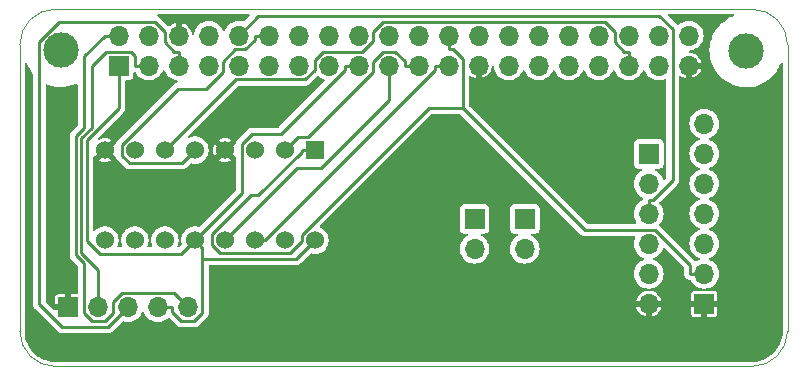
<source format=gbr>
G04 #@! TF.GenerationSoftware,KiCad,Pcbnew,(6.0.4)*
G04 #@! TF.CreationDate,2022-07-30T17:53:10+10:00*
G04 #@! TF.ProjectId,rpi_hat,7270695f-6861-4742-9e6b-696361645f70,rev?*
G04 #@! TF.SameCoordinates,Original*
G04 #@! TF.FileFunction,Copper,L2,Bot*
G04 #@! TF.FilePolarity,Positive*
%FSLAX46Y46*%
G04 Gerber Fmt 4.6, Leading zero omitted, Abs format (unit mm)*
G04 Created by KiCad (PCBNEW (6.0.4)) date 2022-07-30 17:53:10*
%MOMM*%
%LPD*%
G01*
G04 APERTURE LIST*
G04 #@! TA.AperFunction,Profile*
%ADD10C,0.100000*%
G04 #@! TD*
G04 #@! TA.AperFunction,ComponentPad*
%ADD11R,1.700000X1.700000*%
G04 #@! TD*
G04 #@! TA.AperFunction,ComponentPad*
%ADD12O,1.700000X1.700000*%
G04 #@! TD*
G04 #@! TA.AperFunction,ComponentPad*
%ADD13R,1.524000X1.524000*%
G04 #@! TD*
G04 #@! TA.AperFunction,ComponentPad*
%ADD14C,1.524000*%
G04 #@! TD*
G04 #@! TA.AperFunction,WasherPad*
%ADD15C,3.000000*%
G04 #@! TD*
G04 #@! TA.AperFunction,Conductor*
%ADD16C,0.250000*%
G04 #@! TD*
G04 APERTURE END LIST*
D10*
X162250000Y-89999995D02*
G75*
G03*
X165249995Y-87000000I-2600J3002595D01*
G01*
X100250000Y-62750000D02*
X100250000Y-87000000D01*
X165250000Y-62750000D02*
G75*
G03*
X162250000Y-59750000I-3000000J0D01*
G01*
X162250000Y-59750000D02*
X103250000Y-59750000D01*
X165250000Y-87000000D02*
X165250000Y-62750000D01*
X103250000Y-90000000D02*
X162250000Y-90000000D01*
X103250000Y-59750000D02*
G75*
G03*
X100250000Y-62750000I0J-3000000D01*
G01*
X100250000Y-87000000D02*
G75*
G03*
X103250000Y-90000000I3000000J0D01*
G01*
D11*
X108623600Y-64522400D03*
D12*
X108623600Y-61982400D03*
X111163600Y-64522400D03*
X111163600Y-61982400D03*
X113703600Y-64522400D03*
X113703600Y-61982400D03*
X116243600Y-64522400D03*
X116243600Y-61982400D03*
X118783600Y-64522400D03*
X118783600Y-61982400D03*
X121323600Y-64522400D03*
X121323600Y-61982400D03*
X123863600Y-64522400D03*
X123863600Y-61982400D03*
X126403600Y-64522400D03*
X126403600Y-61982400D03*
X128943600Y-64522400D03*
X128943600Y-61982400D03*
X131483600Y-64522400D03*
X131483600Y-61982400D03*
X134023600Y-64522400D03*
X134023600Y-61982400D03*
X136563600Y-64522400D03*
X136563600Y-61982400D03*
X139103600Y-64522400D03*
X139103600Y-61982400D03*
X141643600Y-64522400D03*
X141643600Y-61982400D03*
X144183600Y-64522400D03*
X144183600Y-61982400D03*
X146723600Y-64522400D03*
X146723600Y-61982400D03*
X149263600Y-64522400D03*
X149263600Y-61982400D03*
X151803600Y-64522400D03*
X151803600Y-61982400D03*
X154343600Y-64522400D03*
X154343600Y-61982400D03*
X156883600Y-64522400D03*
X156883600Y-61982400D03*
D13*
X125230000Y-71690000D03*
D14*
X122690000Y-71690000D03*
X120150000Y-71690000D03*
X117610000Y-71690000D03*
X115070000Y-71690000D03*
X112530000Y-71690000D03*
X109990000Y-71690000D03*
X107450000Y-71690000D03*
X107450000Y-79310000D03*
X109990000Y-79310000D03*
X112530000Y-79310000D03*
X115070000Y-79310000D03*
X117610000Y-79310000D03*
X120150000Y-79310000D03*
X122690000Y-79310000D03*
X125230000Y-79310000D03*
D11*
X104325000Y-85000000D03*
D12*
X106865000Y-85000000D03*
X109405000Y-85000000D03*
X111945000Y-85000000D03*
X114485000Y-85000000D03*
D15*
X103743600Y-63242400D03*
D11*
X158200000Y-84700000D03*
D12*
X158200000Y-82160000D03*
X158200000Y-79620000D03*
X158200000Y-77080000D03*
X158200000Y-74540000D03*
X158200000Y-72000000D03*
X158200000Y-69460000D03*
D11*
X143000000Y-77500000D03*
D12*
X143000000Y-80040000D03*
D11*
X138750000Y-77500000D03*
D12*
X138750000Y-80040000D03*
D15*
X161743600Y-63262400D03*
D11*
X153500000Y-72000000D03*
D12*
X153500000Y-74540000D03*
X153500000Y-77080000D03*
X153500000Y-79620000D03*
X153500000Y-82160000D03*
X153500000Y-84700000D03*
D16*
X111678100Y-60801000D02*
X112528300Y-61651200D01*
X103595300Y-60801000D02*
X111678100Y-60801000D01*
X109405000Y-85000000D02*
X107738000Y-86667000D01*
X107738000Y-86667000D02*
X103822500Y-86667000D01*
X103822500Y-86667000D02*
X101904900Y-84749400D01*
X101904900Y-84749400D02*
X101904900Y-62491400D01*
X112528300Y-61651200D02*
X112528300Y-62539200D01*
X101904900Y-62491400D02*
X103595300Y-60801000D01*
X112528300Y-62539200D02*
X113336200Y-63347100D01*
X113336200Y-63347100D02*
X113703600Y-63347100D01*
X113703600Y-64522400D02*
X113703600Y-63347100D01*
X111163600Y-64522400D02*
X109988300Y-64522400D01*
X106865000Y-85000000D02*
X106865000Y-83824700D01*
X106865000Y-81823400D02*
X106865000Y-83824700D01*
X105448100Y-80406500D02*
X106865000Y-81823400D01*
X105448100Y-70679800D02*
X105448100Y-80406500D01*
X106348700Y-69779200D02*
X105448100Y-70679800D01*
X106348700Y-64586800D02*
X106348700Y-69779200D01*
X107588500Y-63347000D02*
X106348700Y-64586800D01*
X109620900Y-63347000D02*
X107588500Y-63347000D01*
X109988300Y-63714400D02*
X109620900Y-63347000D01*
X109988300Y-64522400D02*
X109988300Y-63714400D01*
X131483600Y-67456900D02*
X131483600Y-64522400D01*
X125730600Y-73209900D02*
X131483600Y-67456900D01*
X123710100Y-73209900D02*
X125730600Y-73209900D01*
X117610000Y-79310000D02*
X123710100Y-73209900D01*
X123809600Y-70570400D02*
X122690000Y-71690000D01*
X124625400Y-70570400D02*
X123809600Y-70570400D01*
X130119000Y-65076800D02*
X124625400Y-70570400D01*
X130119000Y-64209000D02*
X130119000Y-65076800D01*
X130982600Y-63345400D02*
X130119000Y-64209000D01*
X132038600Y-63345400D02*
X130982600Y-63345400D01*
X132848300Y-64155100D02*
X132038600Y-63345400D01*
X132848300Y-64522400D02*
X132848300Y-64155100D01*
X134023600Y-64522400D02*
X132848300Y-64522400D01*
X135388300Y-64889800D02*
X135388300Y-64522400D01*
X120968100Y-79310000D02*
X135388300Y-64889800D01*
X120150000Y-79310000D02*
X120968100Y-79310000D01*
X136563600Y-64522400D02*
X135388300Y-64522400D01*
X158200000Y-82160000D02*
X157024700Y-82160000D01*
X136563600Y-61982400D02*
X136563600Y-63157700D01*
X125230000Y-71690000D02*
X124142700Y-71690000D01*
X136931000Y-63157700D02*
X136563600Y-63157700D01*
X137738900Y-63965600D02*
X136931000Y-63157700D01*
X137738900Y-68111600D02*
X137738900Y-63965600D01*
X134888700Y-68111600D02*
X137738900Y-68111600D01*
X124142600Y-78857700D02*
X134888700Y-68111600D01*
X124142600Y-79397800D02*
X124142600Y-78857700D01*
X123143000Y-80397400D02*
X124142600Y-79397800D01*
X117157800Y-80397400D02*
X123143000Y-80397400D01*
X116512400Y-79752000D02*
X117157800Y-80397400D01*
X116512400Y-78823500D02*
X116512400Y-79752000D01*
X119835900Y-75500000D02*
X116512400Y-78823500D01*
X120445300Y-75500000D02*
X119835900Y-75500000D01*
X124142700Y-71802600D02*
X120445300Y-75500000D01*
X124142700Y-71690000D02*
X124142700Y-71802600D01*
X157024700Y-81425400D02*
X157024700Y-82160000D01*
X154043900Y-78444600D02*
X157024700Y-81425400D01*
X148071900Y-78444600D02*
X154043900Y-78444600D01*
X137738900Y-68111600D02*
X148071900Y-78444600D01*
X151436200Y-63347100D02*
X151803600Y-63347100D01*
X150628300Y-62539200D02*
X151436200Y-63347100D01*
X150628300Y-61661800D02*
X150628300Y-62539200D01*
X149773600Y-60807100D02*
X150628300Y-61661800D01*
X130975500Y-60807100D02*
X149773600Y-60807100D01*
X130118900Y-61663700D02*
X130975500Y-60807100D01*
X130118900Y-62469300D02*
X130118900Y-61663700D01*
X129241100Y-63347100D02*
X130118900Y-62469300D01*
X125916700Y-63347100D02*
X129241100Y-63347100D01*
X125228300Y-64035500D02*
X125916700Y-63347100D01*
X125228300Y-64887800D02*
X125228300Y-64035500D01*
X124418400Y-65697700D02*
X125228300Y-64887800D01*
X118522300Y-65697700D02*
X124418400Y-65697700D01*
X112530000Y-71690000D02*
X118522300Y-65697700D01*
X151803600Y-64522400D02*
X151803600Y-63347100D01*
X120148300Y-62349800D02*
X120148300Y-61982400D01*
X119340400Y-63157700D02*
X120148300Y-62349800D01*
X118448000Y-63157700D02*
X119340400Y-63157700D01*
X117419000Y-64186700D02*
X118448000Y-63157700D01*
X117419000Y-65079300D02*
X117419000Y-64186700D01*
X116030100Y-66468200D02*
X117419000Y-65079300D01*
X113674100Y-66468200D02*
X116030100Y-66468200D01*
X108902700Y-71239600D02*
X113674100Y-66468200D01*
X108902700Y-72140400D02*
X108902700Y-71239600D01*
X109539700Y-72777400D02*
X108902700Y-72140400D01*
X113982600Y-72777400D02*
X109539700Y-72777400D01*
X115070000Y-71690000D02*
X113982600Y-72777400D01*
X121323600Y-61982400D02*
X120148300Y-61982400D01*
X120439800Y-60326200D02*
X118783600Y-61982400D01*
X154391000Y-60326200D02*
X120439800Y-60326200D01*
X155519000Y-61454200D02*
X154391000Y-60326200D01*
X155519000Y-74253000D02*
X155519000Y-61454200D01*
X153867300Y-75904700D02*
X155519000Y-74253000D01*
X153500000Y-75904700D02*
X153867300Y-75904700D01*
X153500000Y-77080000D02*
X153500000Y-75904700D01*
X108623600Y-61982400D02*
X107448300Y-61982400D01*
X113294600Y-83809600D02*
X114485000Y-85000000D01*
X108921200Y-83809600D02*
X113294600Y-83809600D01*
X108156600Y-84574200D02*
X108921200Y-83809600D01*
X108156600Y-85468800D02*
X108156600Y-84574200D01*
X107450000Y-86175400D02*
X108156600Y-85468800D01*
X106345900Y-86175400D02*
X107450000Y-86175400D01*
X105677300Y-85506800D02*
X106345900Y-86175400D01*
X105677300Y-81272700D02*
X105677300Y-85506800D01*
X104997800Y-80593200D02*
X105677300Y-81272700D01*
X104997800Y-70493200D02*
X104997800Y-80593200D01*
X105677300Y-69813700D02*
X104997800Y-70493200D01*
X105677300Y-63753400D02*
X105677300Y-69813700D01*
X107448300Y-61982400D02*
X105677300Y-63753400D01*
X111945000Y-85000000D02*
X113120300Y-85000000D01*
X115709200Y-85493900D02*
X115709200Y-80884400D01*
X115027700Y-86175400D02*
X115709200Y-85493900D01*
X113928400Y-86175400D02*
X115027700Y-86175400D01*
X113120300Y-85367300D02*
X113928400Y-86175400D01*
X113120300Y-85000000D02*
X113120300Y-85367300D01*
X115709200Y-79949200D02*
X115070000Y-79310000D01*
X115709200Y-80884400D02*
X115709200Y-79949200D01*
X119062600Y-75317400D02*
X115070000Y-79310000D01*
X119062600Y-71180100D02*
X119062600Y-75317400D01*
X119929400Y-70313300D02*
X119062600Y-71180100D01*
X122344700Y-70313300D02*
X119929400Y-70313300D01*
X127768300Y-64889700D02*
X122344700Y-70313300D01*
X127768300Y-64522400D02*
X127768300Y-64889700D01*
X128943600Y-64522400D02*
X127768300Y-64522400D01*
X123655600Y-80884400D02*
X125230000Y-79310000D01*
X115709200Y-80884400D02*
X123655600Y-80884400D01*
X113928500Y-80451500D02*
X115070000Y-79310000D01*
X107004900Y-80451500D02*
X113928500Y-80451500D01*
X105898400Y-79345000D02*
X107004900Y-80451500D01*
X105898400Y-70866400D02*
X105898400Y-79345000D01*
X108623600Y-68141200D02*
X105898400Y-70866400D01*
X108623600Y-64522400D02*
X108623600Y-68141200D01*
G04 #@! TA.AperFunction,Conductor*
G36*
X160717907Y-60169407D02*
G01*
X160753871Y-60218907D01*
X160753871Y-60280093D01*
X160717907Y-60329593D01*
X160696802Y-60341291D01*
X160423952Y-60451529D01*
X160423948Y-60451531D01*
X160421391Y-60452564D01*
X160418967Y-60453875D01*
X160418962Y-60453877D01*
X160118851Y-60616146D01*
X160118842Y-60616151D01*
X160116422Y-60617460D01*
X159831734Y-60815323D01*
X159570876Y-61043687D01*
X159569015Y-61045725D01*
X159569014Y-61045726D01*
X159534135Y-61083924D01*
X159337099Y-61299706D01*
X159133317Y-61580187D01*
X159131950Y-61582594D01*
X159131949Y-61582595D01*
X159127109Y-61591115D01*
X158962070Y-61881637D01*
X158960981Y-61884179D01*
X158960977Y-61884186D01*
X158893327Y-62042026D01*
X158825493Y-62200296D01*
X158824697Y-62202931D01*
X158824696Y-62202935D01*
X158813161Y-62241142D01*
X158725287Y-62532193D01*
X158724790Y-62534901D01*
X158724789Y-62534905D01*
X158664027Y-62865974D01*
X158662702Y-62873192D01*
X158656924Y-62955819D01*
X158639002Y-63212126D01*
X158638518Y-63219042D01*
X158653036Y-63565432D01*
X158671668Y-63685787D01*
X158704625Y-63898677D01*
X158706075Y-63908046D01*
X158715179Y-63941554D01*
X158772383Y-64152097D01*
X158796975Y-64242612D01*
X158797993Y-64245184D01*
X158797995Y-64245189D01*
X158923585Y-64562394D01*
X158924601Y-64564960D01*
X158925890Y-64567385D01*
X158925895Y-64567395D01*
X159086069Y-64868636D01*
X159087365Y-64871073D01*
X159088927Y-64873354D01*
X159281675Y-65154857D01*
X159281680Y-65154863D01*
X159283236Y-65157136D01*
X159285033Y-65159218D01*
X159285037Y-65159223D01*
X159393917Y-65285361D01*
X159509773Y-65419582D01*
X159764153Y-65655140D01*
X160043205Y-65860875D01*
X160343452Y-66034223D01*
X160505657Y-66105088D01*
X160645968Y-66166388D01*
X160661150Y-66173021D01*
X160663791Y-66173839D01*
X160663795Y-66173840D01*
X160989686Y-66274721D01*
X160989690Y-66274722D01*
X160992339Y-66275542D01*
X160995065Y-66276062D01*
X161304554Y-66335100D01*
X161332893Y-66340506D01*
X161678566Y-66367104D01*
X161681318Y-66367008D01*
X161681323Y-66367008D01*
X161890888Y-66359689D01*
X162025049Y-66355004D01*
X162368024Y-66304358D01*
X162370693Y-66303653D01*
X162370697Y-66303652D01*
X162700557Y-66216500D01*
X162700560Y-66216499D01*
X162703217Y-66215797D01*
X162721769Y-66208601D01*
X163023861Y-66091427D01*
X163023870Y-66091423D01*
X163026448Y-66090423D01*
X163304053Y-65945295D01*
X163331236Y-65931084D01*
X163331237Y-65931083D01*
X163333690Y-65929801D01*
X163621113Y-65735932D01*
X163639598Y-65720200D01*
X163883030Y-65513023D01*
X163883033Y-65513020D01*
X163885134Y-65511232D01*
X164122463Y-65258503D01*
X164129038Y-65249714D01*
X164328481Y-64983114D01*
X164328487Y-64983105D01*
X164330141Y-64980894D01*
X164331537Y-64978514D01*
X164331542Y-64978507D01*
X164471251Y-64740377D01*
X164505580Y-64681865D01*
X164646594Y-64365144D01*
X164656134Y-64335070D01*
X164691751Y-64285321D01*
X164749809Y-64266007D01*
X164808130Y-64284508D01*
X164844439Y-64333756D01*
X164849500Y-64365005D01*
X164849500Y-86960438D01*
X164848268Y-86976010D01*
X164844503Y-86999649D01*
X164845715Y-87007345D01*
X164845715Y-87007347D01*
X164846521Y-87012466D01*
X164847567Y-87033497D01*
X164838811Y-87187217D01*
X164833234Y-87285116D01*
X164831984Y-87296134D01*
X164784830Y-87572523D01*
X164782360Y-87583312D01*
X164704589Y-87852700D01*
X164700923Y-87863160D01*
X164622502Y-88052254D01*
X164593514Y-88122151D01*
X164588698Y-88132141D01*
X164453003Y-88377484D01*
X164447107Y-88386864D01*
X164284818Y-88615499D01*
X164277903Y-88624168D01*
X164091061Y-88833219D01*
X164083219Y-88841061D01*
X163874168Y-89027903D01*
X163865504Y-89034814D01*
X163636864Y-89197107D01*
X163627484Y-89203003D01*
X163382141Y-89338698D01*
X163372153Y-89343513D01*
X163113160Y-89450923D01*
X163102706Y-89454587D01*
X162833312Y-89532360D01*
X162822523Y-89534830D01*
X162546134Y-89581984D01*
X162535120Y-89583234D01*
X162283473Y-89597569D01*
X162262442Y-89596523D01*
X162249649Y-89594508D01*
X162241958Y-89595733D01*
X162241955Y-89595733D01*
X162226042Y-89598268D01*
X162210470Y-89599500D01*
X103289309Y-89599500D01*
X103273822Y-89598281D01*
X103273267Y-89598193D01*
X103250000Y-89594508D01*
X103242303Y-89595727D01*
X103242302Y-89595727D01*
X103237193Y-89596536D01*
X103216157Y-89597599D01*
X103131488Y-89592844D01*
X102964494Y-89583466D01*
X102953472Y-89582225D01*
X102760514Y-89549440D01*
X102677043Y-89535257D01*
X102666220Y-89532787D01*
X102503506Y-89485911D01*
X102396776Y-89455162D01*
X102386311Y-89451500D01*
X102127247Y-89344193D01*
X102117257Y-89339382D01*
X101871852Y-89203751D01*
X101862452Y-89197845D01*
X101829329Y-89174343D01*
X101633761Y-89035580D01*
X101625103Y-89028676D01*
X101416004Y-88841813D01*
X101408187Y-88833996D01*
X101221324Y-88624897D01*
X101214420Y-88616239D01*
X101052155Y-88387548D01*
X101046249Y-88378148D01*
X100910621Y-88132749D01*
X100905804Y-88122747D01*
X100798500Y-87863689D01*
X100794836Y-87853219D01*
X100794687Y-87852700D01*
X100717213Y-87583780D01*
X100714743Y-87572957D01*
X100667776Y-87296533D01*
X100666533Y-87285501D01*
X100666512Y-87285116D01*
X100656393Y-87104934D01*
X100652401Y-87033843D01*
X100653464Y-87012807D01*
X100654273Y-87007698D01*
X100654273Y-87007697D01*
X100655492Y-87000000D01*
X100651719Y-86976177D01*
X100650500Y-86960691D01*
X100650500Y-64371635D01*
X100669407Y-64313444D01*
X100718907Y-64277480D01*
X100780093Y-64277480D01*
X100829593Y-64313444D01*
X100841548Y-64335191D01*
X100924601Y-64544960D01*
X100925890Y-64547385D01*
X100925895Y-64547395D01*
X101086069Y-64848636D01*
X101087365Y-64851073D01*
X101088927Y-64853354D01*
X101281668Y-65134847D01*
X101281674Y-65134855D01*
X101283236Y-65137136D01*
X101320997Y-65180882D01*
X101355343Y-65220673D01*
X101379053Y-65277077D01*
X101379400Y-65285361D01*
X101379400Y-84735523D01*
X101379313Y-84739669D01*
X101376813Y-84799319D01*
X101378354Y-84805891D01*
X101378355Y-84805897D01*
X101386526Y-84840733D01*
X101388226Y-84849903D01*
X101393999Y-84892046D01*
X101396680Y-84898241D01*
X101396680Y-84898242D01*
X101400453Y-84906962D01*
X101405978Y-84923668D01*
X101409690Y-84939493D01*
X101418969Y-84956372D01*
X101430187Y-84976778D01*
X101434289Y-84985152D01*
X101451180Y-85024183D01*
X101455428Y-85029429D01*
X101461408Y-85036814D01*
X101471220Y-85051415D01*
X101479053Y-85065663D01*
X101485736Y-85073405D01*
X101509950Y-85097619D01*
X101516877Y-85105312D01*
X101541788Y-85136075D01*
X101547293Y-85139987D01*
X101547295Y-85139989D01*
X101557882Y-85147513D01*
X101570538Y-85158207D01*
X103441101Y-87028770D01*
X103443971Y-87031763D01*
X103484384Y-87075712D01*
X103490122Y-87079269D01*
X103490121Y-87079269D01*
X103520534Y-87098126D01*
X103528221Y-87103409D01*
X103545431Y-87116472D01*
X103562104Y-87129128D01*
X103568375Y-87131611D01*
X103568377Y-87131612D01*
X103577217Y-87135112D01*
X103592942Y-87143021D01*
X103601014Y-87148026D01*
X103601016Y-87148027D01*
X103606750Y-87151582D01*
X103613229Y-87153464D01*
X103613228Y-87153464D01*
X103647598Y-87163450D01*
X103656418Y-87166470D01*
X103689696Y-87179645D01*
X103689701Y-87179646D01*
X103695972Y-87182129D01*
X103702680Y-87182834D01*
X103702684Y-87182835D01*
X103710145Y-87183619D01*
X103712131Y-87183827D01*
X103729404Y-87187216D01*
X103735109Y-87188874D01*
X103740027Y-87190303D01*
X103740030Y-87190304D01*
X103745012Y-87191751D01*
X103751951Y-87192261D01*
X103753411Y-87192368D01*
X103753418Y-87192368D01*
X103755212Y-87192500D01*
X103789445Y-87192500D01*
X103799794Y-87193042D01*
X103832454Y-87196475D01*
X103832455Y-87196475D01*
X103839162Y-87197180D01*
X103845813Y-87196055D01*
X103845814Y-87196055D01*
X103858638Y-87193886D01*
X103875148Y-87192500D01*
X107724123Y-87192500D01*
X107728269Y-87192587D01*
X107787919Y-87195087D01*
X107794491Y-87193546D01*
X107794497Y-87193545D01*
X107829333Y-87185374D01*
X107838503Y-87183674D01*
X107873960Y-87178817D01*
X107873961Y-87178817D01*
X107880646Y-87177901D01*
X107886841Y-87175220D01*
X107886842Y-87175220D01*
X107895562Y-87171447D01*
X107912268Y-87165922D01*
X107928093Y-87162210D01*
X107953894Y-87148026D01*
X107965378Y-87141713D01*
X107973752Y-87137611D01*
X108006586Y-87123402D01*
X108006587Y-87123401D01*
X108012783Y-87120720D01*
X108025415Y-87110492D01*
X108040015Y-87100680D01*
X108054263Y-87092847D01*
X108062005Y-87086164D01*
X108086219Y-87061950D01*
X108093912Y-87055023D01*
X108124675Y-87030112D01*
X108129539Y-87023268D01*
X108136113Y-87014018D01*
X108146807Y-87001362D01*
X108929673Y-86218496D01*
X108984190Y-86190719D01*
X109025298Y-86192873D01*
X109120925Y-86218496D01*
X109182846Y-86235088D01*
X109182848Y-86235088D01*
X109187023Y-86236207D01*
X109405000Y-86255277D01*
X109622977Y-86236207D01*
X109627152Y-86235088D01*
X109627154Y-86235088D01*
X109792740Y-86190719D01*
X109834330Y-86179575D01*
X110032639Y-86087102D01*
X110211877Y-85961598D01*
X110366598Y-85806877D01*
X110476832Y-85649446D01*
X110489620Y-85631183D01*
X110489621Y-85631181D01*
X110492102Y-85627638D01*
X110584575Y-85429330D01*
X110586132Y-85430056D01*
X110619640Y-85387168D01*
X110678455Y-85370303D01*
X110735950Y-85391230D01*
X110764086Y-85429954D01*
X110765425Y-85429330D01*
X110857898Y-85627638D01*
X110860379Y-85631181D01*
X110860380Y-85631183D01*
X110873168Y-85649446D01*
X110983402Y-85806877D01*
X111138123Y-85961598D01*
X111317361Y-86087102D01*
X111515670Y-86179575D01*
X111557260Y-86190719D01*
X111722846Y-86235088D01*
X111722848Y-86235088D01*
X111727023Y-86236207D01*
X111945000Y-86255277D01*
X112162977Y-86236207D01*
X112167152Y-86235088D01*
X112167154Y-86235088D01*
X112332740Y-86190719D01*
X112374330Y-86179575D01*
X112572639Y-86087102D01*
X112751877Y-85961598D01*
X112791649Y-85921826D01*
X112846166Y-85894049D01*
X112906598Y-85903620D01*
X112931657Y-85921826D01*
X113547001Y-86537170D01*
X113549871Y-86540163D01*
X113590284Y-86584112D01*
X113596022Y-86587669D01*
X113596021Y-86587669D01*
X113626434Y-86606526D01*
X113634121Y-86611809D01*
X113651331Y-86624872D01*
X113668004Y-86637528D01*
X113674275Y-86640011D01*
X113674277Y-86640012D01*
X113683117Y-86643512D01*
X113698842Y-86651421D01*
X113706914Y-86656426D01*
X113706916Y-86656427D01*
X113712650Y-86659982D01*
X113719129Y-86661864D01*
X113719128Y-86661864D01*
X113753498Y-86671850D01*
X113762318Y-86674870D01*
X113795594Y-86688044D01*
X113795597Y-86688045D01*
X113801872Y-86690529D01*
X113808585Y-86691235D01*
X113808591Y-86691236D01*
X113818035Y-86692229D01*
X113835304Y-86695617D01*
X113845929Y-86698704D01*
X113845935Y-86698705D01*
X113850912Y-86700151D01*
X113856082Y-86700531D01*
X113856084Y-86700531D01*
X113859311Y-86700768D01*
X113859318Y-86700768D01*
X113861112Y-86700900D01*
X113895354Y-86700900D01*
X113905700Y-86701442D01*
X113945062Y-86705579D01*
X113964532Y-86702286D01*
X113981041Y-86700900D01*
X115013823Y-86700900D01*
X115017969Y-86700987D01*
X115077619Y-86703487D01*
X115084191Y-86701946D01*
X115084197Y-86701945D01*
X115119033Y-86693774D01*
X115128203Y-86692074D01*
X115163660Y-86687217D01*
X115163661Y-86687217D01*
X115170346Y-86686301D01*
X115176541Y-86683620D01*
X115176542Y-86683620D01*
X115185262Y-86679847D01*
X115201968Y-86674322D01*
X115217793Y-86670610D01*
X115243594Y-86656426D01*
X115255078Y-86650113D01*
X115263452Y-86646011D01*
X115296286Y-86631802D01*
X115296287Y-86631801D01*
X115302483Y-86629120D01*
X115315115Y-86618892D01*
X115329715Y-86609080D01*
X115343963Y-86601247D01*
X115351705Y-86594564D01*
X115375919Y-86570350D01*
X115383612Y-86563423D01*
X115414375Y-86538512D01*
X115418289Y-86533005D01*
X115425813Y-86522418D01*
X115436507Y-86509762D01*
X116070970Y-85875299D01*
X116073963Y-85872429D01*
X116112944Y-85836584D01*
X116117912Y-85832016D01*
X116131606Y-85809931D01*
X116140327Y-85795865D01*
X116145609Y-85788179D01*
X116167248Y-85759670D01*
X116171328Y-85754295D01*
X116173811Y-85748023D01*
X116173813Y-85748020D01*
X116177312Y-85739182D01*
X116185218Y-85723463D01*
X116190224Y-85715388D01*
X116193782Y-85709650D01*
X116205649Y-85668804D01*
X116208670Y-85659980D01*
X116221846Y-85626700D01*
X116224330Y-85620427D01*
X116226028Y-85604268D01*
X116229418Y-85586990D01*
X116232503Y-85576373D01*
X116232504Y-85576370D01*
X116233951Y-85571388D01*
X116234700Y-85561188D01*
X116234700Y-85526956D01*
X116235242Y-85516608D01*
X116238675Y-85483946D01*
X116239380Y-85477238D01*
X116236086Y-85457762D01*
X116234700Y-85441253D01*
X116234700Y-84967591D01*
X152432958Y-84967591D01*
X152457536Y-85064368D01*
X152460551Y-85072880D01*
X152541386Y-85248225D01*
X152545917Y-85256072D01*
X152657348Y-85413744D01*
X152663222Y-85420622D01*
X152801532Y-85555357D01*
X152808555Y-85561044D01*
X152969099Y-85668317D01*
X152977054Y-85672635D01*
X153154446Y-85748849D01*
X153163057Y-85751647D01*
X153230706Y-85766954D01*
X153243603Y-85765769D01*
X153245444Y-85759074D01*
X153754000Y-85759074D01*
X153758122Y-85771759D01*
X153759293Y-85772610D01*
X153761800Y-85772824D01*
X153762189Y-85772731D01*
X153945026Y-85710666D01*
X153953288Y-85706988D01*
X154121755Y-85612641D01*
X154129209Y-85607518D01*
X154174601Y-85569766D01*
X157100000Y-85569766D01*
X157100948Y-85579388D01*
X157112603Y-85637983D01*
X157119922Y-85655651D01*
X157164341Y-85722130D01*
X157177870Y-85735659D01*
X157244349Y-85780078D01*
X157262017Y-85787397D01*
X157320612Y-85799052D01*
X157330234Y-85800000D01*
X157930320Y-85800000D01*
X157943005Y-85795878D01*
X157946000Y-85791757D01*
X157946000Y-85784320D01*
X158454000Y-85784320D01*
X158458122Y-85797005D01*
X158462243Y-85800000D01*
X159069766Y-85800000D01*
X159079388Y-85799052D01*
X159137983Y-85787397D01*
X159155651Y-85780078D01*
X159222130Y-85735659D01*
X159235659Y-85722130D01*
X159280078Y-85655651D01*
X159287397Y-85637983D01*
X159299052Y-85579388D01*
X159300000Y-85569766D01*
X159300000Y-84969680D01*
X159295878Y-84956995D01*
X159291757Y-84954000D01*
X158469680Y-84954000D01*
X158456995Y-84958122D01*
X158454000Y-84962243D01*
X158454000Y-85784320D01*
X157946000Y-85784320D01*
X157946000Y-84969680D01*
X157941878Y-84956995D01*
X157937757Y-84954000D01*
X157115680Y-84954000D01*
X157102995Y-84958122D01*
X157100000Y-84962243D01*
X157100000Y-85569766D01*
X154174601Y-85569766D01*
X154277650Y-85484061D01*
X154284061Y-85477650D01*
X154407518Y-85329209D01*
X154412641Y-85321755D01*
X154506988Y-85153288D01*
X154510666Y-85145026D01*
X154571744Y-84965094D01*
X154570246Y-84956372D01*
X154569209Y-84955363D01*
X154563365Y-84954000D01*
X153769680Y-84954000D01*
X153756995Y-84958122D01*
X153754000Y-84962243D01*
X153754000Y-85759074D01*
X153245444Y-85759074D01*
X153246000Y-85757051D01*
X153246000Y-84969680D01*
X153241878Y-84956995D01*
X153237757Y-84954000D01*
X152445186Y-84954000D01*
X152433276Y-84957870D01*
X152432958Y-84967591D01*
X116234700Y-84967591D01*
X116234700Y-81508900D01*
X116253607Y-81450709D01*
X116303107Y-81414745D01*
X116333700Y-81409900D01*
X123641723Y-81409900D01*
X123645869Y-81409987D01*
X123705519Y-81412487D01*
X123712091Y-81410946D01*
X123712097Y-81410945D01*
X123746933Y-81402774D01*
X123756103Y-81401074D01*
X123791560Y-81396217D01*
X123791561Y-81396217D01*
X123798246Y-81395301D01*
X123804441Y-81392620D01*
X123804442Y-81392620D01*
X123813162Y-81388847D01*
X123829868Y-81383322D01*
X123845693Y-81379610D01*
X123882978Y-81359113D01*
X123891352Y-81355011D01*
X123924186Y-81340802D01*
X123924187Y-81340801D01*
X123930383Y-81338120D01*
X123943015Y-81327892D01*
X123957615Y-81318080D01*
X123971863Y-81310247D01*
X123979605Y-81303564D01*
X124003819Y-81279350D01*
X124011512Y-81272423D01*
X124042275Y-81247512D01*
X124046189Y-81242005D01*
X124053713Y-81231418D01*
X124064407Y-81218762D01*
X124825407Y-80457762D01*
X124879924Y-80429985D01*
X124917258Y-80431207D01*
X125077613Y-80467492D01*
X125184357Y-80471686D01*
X125286568Y-80475702D01*
X125286569Y-80475702D01*
X125291101Y-80475880D01*
X125502543Y-80445222D01*
X125506842Y-80443763D01*
X125506845Y-80443762D01*
X125700556Y-80378006D01*
X125704857Y-80376546D01*
X125891268Y-80272151D01*
X126055533Y-80135533D01*
X126134987Y-80040000D01*
X137494723Y-80040000D01*
X137513793Y-80257977D01*
X137514912Y-80262152D01*
X137514912Y-80262154D01*
X137540835Y-80358900D01*
X137570425Y-80469330D01*
X137662898Y-80667638D01*
X137788402Y-80846877D01*
X137943123Y-81001598D01*
X138122361Y-81127102D01*
X138320670Y-81219575D01*
X138364869Y-81231418D01*
X138527846Y-81275088D01*
X138527848Y-81275088D01*
X138532023Y-81276207D01*
X138750000Y-81295277D01*
X138967977Y-81276207D01*
X138972152Y-81275088D01*
X138972154Y-81275088D01*
X139135131Y-81231418D01*
X139179330Y-81219575D01*
X139377639Y-81127102D01*
X139556877Y-81001598D01*
X139711598Y-80846877D01*
X139837102Y-80667638D01*
X139929575Y-80469330D01*
X139959165Y-80358900D01*
X139985088Y-80262154D01*
X139985088Y-80262152D01*
X139986207Y-80257977D01*
X140005277Y-80040000D01*
X141744723Y-80040000D01*
X141763793Y-80257977D01*
X141764912Y-80262152D01*
X141764912Y-80262154D01*
X141790835Y-80358900D01*
X141820425Y-80469330D01*
X141912898Y-80667638D01*
X142038402Y-80846877D01*
X142193123Y-81001598D01*
X142372361Y-81127102D01*
X142570670Y-81219575D01*
X142614869Y-81231418D01*
X142777846Y-81275088D01*
X142777848Y-81275088D01*
X142782023Y-81276207D01*
X143000000Y-81295277D01*
X143217977Y-81276207D01*
X143222152Y-81275088D01*
X143222154Y-81275088D01*
X143385131Y-81231418D01*
X143429330Y-81219575D01*
X143627639Y-81127102D01*
X143806877Y-81001598D01*
X143961598Y-80846877D01*
X144087102Y-80667638D01*
X144179575Y-80469330D01*
X144209165Y-80358900D01*
X144235088Y-80262154D01*
X144235088Y-80262152D01*
X144236207Y-80257977D01*
X144255277Y-80040000D01*
X144236207Y-79822023D01*
X144226249Y-79784857D01*
X144191396Y-79654786D01*
X144179575Y-79610670D01*
X144087102Y-79412362D01*
X144060242Y-79374001D01*
X144017468Y-79312914D01*
X143961598Y-79233123D01*
X143806877Y-79078402D01*
X143657283Y-78973655D01*
X143631184Y-78955380D01*
X143631182Y-78955379D01*
X143627639Y-78952898D01*
X143598313Y-78939223D01*
X143553565Y-78897495D01*
X143541890Y-78837434D01*
X143567748Y-78781981D01*
X143621262Y-78752318D01*
X143640151Y-78750499D01*
X143881518Y-78750499D01*
X143885361Y-78749890D01*
X143885366Y-78749890D01*
X143922217Y-78744053D01*
X143975304Y-78735646D01*
X144045277Y-78699993D01*
X144081403Y-78681586D01*
X144081405Y-78681585D01*
X144088342Y-78678050D01*
X144178050Y-78588342D01*
X144192643Y-78559703D01*
X144232110Y-78482244D01*
X144232110Y-78482243D01*
X144235646Y-78475304D01*
X144238707Y-78455982D01*
X144249891Y-78385365D01*
X144249891Y-78385363D01*
X144250500Y-78381519D01*
X144250499Y-76618482D01*
X144235646Y-76524696D01*
X144178050Y-76411658D01*
X144088342Y-76321950D01*
X144081405Y-76318415D01*
X144081403Y-76318414D01*
X143982244Y-76267890D01*
X143982243Y-76267890D01*
X143975304Y-76264354D01*
X143967610Y-76263135D01*
X143967609Y-76263135D01*
X143885365Y-76250109D01*
X143885363Y-76250109D01*
X143881519Y-76249500D01*
X143000114Y-76249500D01*
X142118482Y-76249501D01*
X142114639Y-76250110D01*
X142114634Y-76250110D01*
X142077783Y-76255947D01*
X142024696Y-76264354D01*
X141968177Y-76293152D01*
X141918597Y-76318414D01*
X141918595Y-76318415D01*
X141911658Y-76321950D01*
X141821950Y-76411658D01*
X141764354Y-76524696D01*
X141749500Y-76618481D01*
X141749501Y-78381518D01*
X141764354Y-78475304D01*
X141783254Y-78512397D01*
X141807358Y-78559703D01*
X141821950Y-78588342D01*
X141911658Y-78678050D01*
X141918595Y-78681585D01*
X141918597Y-78681586D01*
X142000324Y-78723228D01*
X142024696Y-78735646D01*
X142032390Y-78736865D01*
X142032391Y-78736865D01*
X142114635Y-78749891D01*
X142114637Y-78749891D01*
X142118481Y-78750500D01*
X142359847Y-78750500D01*
X142418038Y-78769407D01*
X142454002Y-78818907D01*
X142454002Y-78880093D01*
X142418038Y-78929593D01*
X142401688Y-78939223D01*
X142372362Y-78952898D01*
X142368819Y-78955379D01*
X142368817Y-78955380D01*
X142348322Y-78969731D01*
X142193123Y-79078402D01*
X142038402Y-79233123D01*
X141982532Y-79312914D01*
X141939759Y-79374001D01*
X141912898Y-79412362D01*
X141820425Y-79610670D01*
X141808604Y-79654786D01*
X141773752Y-79784857D01*
X141763793Y-79822023D01*
X141744723Y-80040000D01*
X140005277Y-80040000D01*
X139986207Y-79822023D01*
X139976249Y-79784857D01*
X139941396Y-79654786D01*
X139929575Y-79610670D01*
X139837102Y-79412362D01*
X139810242Y-79374001D01*
X139767468Y-79312914D01*
X139711598Y-79233123D01*
X139556877Y-79078402D01*
X139407283Y-78973655D01*
X139381184Y-78955380D01*
X139381182Y-78955379D01*
X139377639Y-78952898D01*
X139348313Y-78939223D01*
X139303565Y-78897495D01*
X139291890Y-78837434D01*
X139317748Y-78781981D01*
X139371262Y-78752318D01*
X139390151Y-78750499D01*
X139631518Y-78750499D01*
X139635361Y-78749890D01*
X139635366Y-78749890D01*
X139672217Y-78744053D01*
X139725304Y-78735646D01*
X139795277Y-78699993D01*
X139831403Y-78681586D01*
X139831405Y-78681585D01*
X139838342Y-78678050D01*
X139928050Y-78588342D01*
X139942643Y-78559703D01*
X139982110Y-78482244D01*
X139982110Y-78482243D01*
X139985646Y-78475304D01*
X139988707Y-78455982D01*
X139999891Y-78385365D01*
X139999891Y-78385363D01*
X140000500Y-78381519D01*
X140000499Y-76618482D01*
X139985646Y-76524696D01*
X139928050Y-76411658D01*
X139838342Y-76321950D01*
X139831405Y-76318415D01*
X139831403Y-76318414D01*
X139732244Y-76267890D01*
X139732243Y-76267890D01*
X139725304Y-76264354D01*
X139717610Y-76263135D01*
X139717609Y-76263135D01*
X139635365Y-76250109D01*
X139635363Y-76250109D01*
X139631519Y-76249500D01*
X138750114Y-76249500D01*
X137868482Y-76249501D01*
X137864639Y-76250110D01*
X137864634Y-76250110D01*
X137827783Y-76255947D01*
X137774696Y-76264354D01*
X137718177Y-76293152D01*
X137668597Y-76318414D01*
X137668595Y-76318415D01*
X137661658Y-76321950D01*
X137571950Y-76411658D01*
X137514354Y-76524696D01*
X137499500Y-76618481D01*
X137499501Y-78381518D01*
X137514354Y-78475304D01*
X137533254Y-78512397D01*
X137557358Y-78559703D01*
X137571950Y-78588342D01*
X137661658Y-78678050D01*
X137668595Y-78681585D01*
X137668597Y-78681586D01*
X137750324Y-78723228D01*
X137774696Y-78735646D01*
X137782390Y-78736865D01*
X137782391Y-78736865D01*
X137864635Y-78749891D01*
X137864637Y-78749891D01*
X137868481Y-78750500D01*
X138109847Y-78750500D01*
X138168038Y-78769407D01*
X138204002Y-78818907D01*
X138204002Y-78880093D01*
X138168038Y-78929593D01*
X138151688Y-78939223D01*
X138122362Y-78952898D01*
X138118819Y-78955379D01*
X138118817Y-78955380D01*
X138098322Y-78969731D01*
X137943123Y-79078402D01*
X137788402Y-79233123D01*
X137732532Y-79312914D01*
X137689759Y-79374001D01*
X137662898Y-79412362D01*
X137570425Y-79610670D01*
X137558604Y-79654786D01*
X137523752Y-79784857D01*
X137513793Y-79822023D01*
X137494723Y-80040000D01*
X126134987Y-80040000D01*
X126192151Y-79971268D01*
X126296546Y-79784857D01*
X126313183Y-79735847D01*
X126363762Y-79586845D01*
X126363763Y-79586842D01*
X126365222Y-79582543D01*
X126377621Y-79497029D01*
X126395460Y-79374001D01*
X126395461Y-79373993D01*
X126395880Y-79371101D01*
X126397480Y-79310000D01*
X126377930Y-79097244D01*
X126340582Y-78964818D01*
X126321168Y-78895981D01*
X126321168Y-78895980D01*
X126319936Y-78891613D01*
X126308074Y-78867559D01*
X126227451Y-78704070D01*
X126227449Y-78704066D01*
X126225440Y-78699993D01*
X126097607Y-78528803D01*
X125940717Y-78383776D01*
X125908051Y-78363165D01*
X125763862Y-78272189D01*
X125760025Y-78269768D01*
X125694941Y-78243802D01*
X125647900Y-78204677D01*
X125632839Y-78145374D01*
X125655512Y-78088545D01*
X125661623Y-78081846D01*
X130345975Y-73397495D01*
X135077374Y-68666096D01*
X135131891Y-68638319D01*
X135147378Y-68637100D01*
X137480223Y-68637100D01*
X137538414Y-68656007D01*
X137550227Y-68666096D01*
X147690501Y-78806370D01*
X147693371Y-78809363D01*
X147733784Y-78853312D01*
X147739521Y-78856869D01*
X147739522Y-78856870D01*
X147769935Y-78875727D01*
X147777621Y-78881009D01*
X147811505Y-78906728D01*
X147817777Y-78909211D01*
X147817780Y-78909213D01*
X147826618Y-78912712D01*
X147842337Y-78920618D01*
X147847319Y-78923707D01*
X147856150Y-78929182D01*
X147893323Y-78939982D01*
X147896996Y-78941049D01*
X147905821Y-78944070D01*
X147945373Y-78959730D01*
X147961531Y-78961428D01*
X147978810Y-78964818D01*
X147989427Y-78967903D01*
X147989430Y-78967904D01*
X147994412Y-78969351D01*
X148000819Y-78969821D01*
X148002811Y-78969968D01*
X148002818Y-78969968D01*
X148004612Y-78970100D01*
X148038844Y-78970100D01*
X148049192Y-78970642D01*
X148088562Y-78974780D01*
X148095213Y-78973655D01*
X148095214Y-78973655D01*
X148108038Y-78971486D01*
X148124548Y-78970100D01*
X152267880Y-78970100D01*
X152326071Y-78989007D01*
X152362035Y-79038507D01*
X152362035Y-79099693D01*
X152357608Y-79110930D01*
X152320425Y-79190670D01*
X152319307Y-79194843D01*
X152272079Y-79371101D01*
X152263793Y-79402023D01*
X152244723Y-79620000D01*
X152263793Y-79837977D01*
X152264912Y-79842152D01*
X152264912Y-79842154D01*
X152278735Y-79893740D01*
X152320425Y-80049330D01*
X152412898Y-80247638D01*
X152538402Y-80426877D01*
X152693123Y-80581598D01*
X152872361Y-80707102D01*
X153035753Y-80783293D01*
X153070670Y-80799575D01*
X153069944Y-80801132D01*
X153112832Y-80834640D01*
X153129697Y-80893455D01*
X153108770Y-80950950D01*
X153070046Y-80979086D01*
X153070670Y-80980425D01*
X152872362Y-81072898D01*
X152868819Y-81075379D01*
X152868817Y-81075380D01*
X152831664Y-81101395D01*
X152693123Y-81198402D01*
X152538402Y-81353123D01*
X152412898Y-81532362D01*
X152320425Y-81730670D01*
X152263793Y-81942023D01*
X152244723Y-82160000D01*
X152263793Y-82377977D01*
X152264912Y-82382152D01*
X152264912Y-82382154D01*
X152287834Y-82467698D01*
X152320425Y-82589330D01*
X152412898Y-82787638D01*
X152538402Y-82966877D01*
X152693123Y-83121598D01*
X152872361Y-83247102D01*
X153070670Y-83339575D01*
X153090872Y-83344988D01*
X153277846Y-83395088D01*
X153277848Y-83395088D01*
X153282023Y-83396207D01*
X153320616Y-83399583D01*
X153387899Y-83405470D01*
X153444221Y-83429377D01*
X153475734Y-83481823D01*
X153470401Y-83542775D01*
X153430260Y-83588953D01*
X153396037Y-83601663D01*
X153218555Y-83632160D01*
X153209819Y-83634501D01*
X153028668Y-83701331D01*
X153020506Y-83705224D01*
X152854562Y-83803950D01*
X152847260Y-83809255D01*
X152702081Y-83936575D01*
X152695858Y-83943133D01*
X152576322Y-84094763D01*
X152571397Y-84102346D01*
X152481490Y-84273231D01*
X152478032Y-84281579D01*
X152431629Y-84431024D01*
X152431781Y-84442650D01*
X152442327Y-84446000D01*
X154555676Y-84446000D01*
X154567166Y-84442267D01*
X154567370Y-84431866D01*
X154532571Y-84308478D01*
X154529330Y-84300035D01*
X154443928Y-84126855D01*
X154439209Y-84119154D01*
X154323678Y-83964440D01*
X154317629Y-83957722D01*
X154175837Y-83826650D01*
X154168670Y-83821151D01*
X154005369Y-83718117D01*
X153997315Y-83714013D01*
X153817969Y-83642460D01*
X153809306Y-83639894D01*
X153619926Y-83602225D01*
X153617285Y-83601947D01*
X153616279Y-83601499D01*
X153615474Y-83601339D01*
X153615510Y-83601157D01*
X153561389Y-83577061D01*
X153530796Y-83524074D01*
X153537190Y-83463224D01*
X153578131Y-83417753D01*
X153619004Y-83404866D01*
X153674668Y-83399996D01*
X153717977Y-83396207D01*
X153722152Y-83395088D01*
X153722154Y-83395088D01*
X153909128Y-83344988D01*
X153929330Y-83339575D01*
X154127639Y-83247102D01*
X154306877Y-83121598D01*
X154461598Y-82966877D01*
X154587102Y-82787638D01*
X154679575Y-82589330D01*
X154712166Y-82467698D01*
X154735088Y-82382154D01*
X154735088Y-82382152D01*
X154736207Y-82377977D01*
X154755277Y-82160000D01*
X154736207Y-81942023D01*
X154679575Y-81730670D01*
X154587102Y-81532362D01*
X154461598Y-81353123D01*
X154306877Y-81198402D01*
X154151929Y-81089906D01*
X154131184Y-81075380D01*
X154131182Y-81075379D01*
X154127639Y-81072898D01*
X153929330Y-80980425D01*
X153930056Y-80978868D01*
X153887168Y-80945360D01*
X153870303Y-80886545D01*
X153891230Y-80829050D01*
X153929954Y-80800914D01*
X153929330Y-80799575D01*
X153964247Y-80783293D01*
X154127639Y-80707102D01*
X154306877Y-80581598D01*
X154461598Y-80426877D01*
X154587102Y-80247638D01*
X154679575Y-80049330D01*
X154680692Y-80045162D01*
X154680694Y-80045156D01*
X154682931Y-80036807D01*
X154716257Y-79985494D01*
X154773380Y-79963569D01*
X154832480Y-79979408D01*
X154848561Y-79992430D01*
X156470204Y-81614073D01*
X156497981Y-81668590D01*
X156499200Y-81684077D01*
X156499200Y-82136649D01*
X156498934Y-82143899D01*
X156495306Y-82193307D01*
X156505659Y-82244653D01*
X156506692Y-82250761D01*
X156513799Y-82302646D01*
X156516481Y-82308844D01*
X156516842Y-82310136D01*
X156521985Y-82326551D01*
X156522431Y-82327831D01*
X156523764Y-82334444D01*
X156526827Y-82340456D01*
X156526829Y-82340461D01*
X156547541Y-82381111D01*
X156550186Y-82386731D01*
X156570980Y-82434783D01*
X156575226Y-82440027D01*
X156575930Y-82441189D01*
X156585300Y-82455617D01*
X156586067Y-82456720D01*
X156589129Y-82462730D01*
X156593696Y-82467697D01*
X156593697Y-82467698D01*
X156624568Y-82501269D01*
X156628633Y-82505978D01*
X156657341Y-82541431D01*
X156657343Y-82541433D01*
X156661588Y-82546675D01*
X156667090Y-82550585D01*
X156668058Y-82551494D01*
X156680992Y-82562897D01*
X156682015Y-82563743D01*
X156686584Y-82568712D01*
X156692321Y-82572269D01*
X156692322Y-82572270D01*
X156731088Y-82596306D01*
X156736263Y-82599744D01*
X156778949Y-82630079D01*
X156785297Y-82632365D01*
X156786490Y-82632988D01*
X156801998Y-82640484D01*
X156803213Y-82641025D01*
X156808950Y-82644582D01*
X156859246Y-82659194D01*
X156865124Y-82661104D01*
X156914415Y-82678850D01*
X156921153Y-82679345D01*
X156922462Y-82679623D01*
X156941115Y-82682980D01*
X156942229Y-82683304D01*
X156942235Y-82683305D01*
X156947212Y-82684751D01*
X156952382Y-82685131D01*
X156952384Y-82685131D01*
X156955611Y-82685368D01*
X156955618Y-82685368D01*
X156957412Y-82685500D01*
X157001349Y-82685500D01*
X157008625Y-82685768D01*
X157009507Y-82685833D01*
X157066151Y-82708966D01*
X157091954Y-82742724D01*
X157112898Y-82787638D01*
X157238402Y-82966877D01*
X157393123Y-83121598D01*
X157572361Y-83247102D01*
X157770670Y-83339575D01*
X157790872Y-83344988D01*
X157977846Y-83395088D01*
X157977848Y-83395088D01*
X157982023Y-83396207D01*
X158035529Y-83400888D01*
X158052548Y-83402377D01*
X158108870Y-83426284D01*
X158140383Y-83478730D01*
X158135050Y-83539682D01*
X158094909Y-83585859D01*
X158043920Y-83600000D01*
X157330234Y-83600000D01*
X157320612Y-83600948D01*
X157262017Y-83612603D01*
X157244349Y-83619922D01*
X157177870Y-83664341D01*
X157164341Y-83677870D01*
X157119922Y-83744349D01*
X157112603Y-83762017D01*
X157100948Y-83820612D01*
X157100000Y-83830234D01*
X157100000Y-84430320D01*
X157104122Y-84443005D01*
X157108243Y-84446000D01*
X159284320Y-84446000D01*
X159297005Y-84441878D01*
X159300000Y-84437757D01*
X159300000Y-83830234D01*
X159299052Y-83820612D01*
X159287397Y-83762017D01*
X159280078Y-83744349D01*
X159235659Y-83677870D01*
X159222130Y-83664341D01*
X159155651Y-83619922D01*
X159137983Y-83612603D01*
X159079388Y-83600948D01*
X159069766Y-83600000D01*
X158356080Y-83600000D01*
X158297889Y-83581093D01*
X158261925Y-83531593D01*
X158261925Y-83470407D01*
X158297889Y-83420907D01*
X158347452Y-83402377D01*
X158364471Y-83400888D01*
X158417977Y-83396207D01*
X158422152Y-83395088D01*
X158422154Y-83395088D01*
X158609128Y-83344988D01*
X158629330Y-83339575D01*
X158827639Y-83247102D01*
X159006877Y-83121598D01*
X159161598Y-82966877D01*
X159287102Y-82787638D01*
X159379575Y-82589330D01*
X159412166Y-82467698D01*
X159435088Y-82382154D01*
X159435088Y-82382152D01*
X159436207Y-82377977D01*
X159455277Y-82160000D01*
X159436207Y-81942023D01*
X159379575Y-81730670D01*
X159287102Y-81532362D01*
X159161598Y-81353123D01*
X159006877Y-81198402D01*
X158851929Y-81089906D01*
X158831184Y-81075380D01*
X158831182Y-81075379D01*
X158827639Y-81072898D01*
X158629330Y-80980425D01*
X158630056Y-80978868D01*
X158587168Y-80945360D01*
X158570303Y-80886545D01*
X158591230Y-80829050D01*
X158629954Y-80800914D01*
X158629330Y-80799575D01*
X158664247Y-80783293D01*
X158827639Y-80707102D01*
X159006877Y-80581598D01*
X159161598Y-80426877D01*
X159287102Y-80247638D01*
X159379575Y-80049330D01*
X159421265Y-79893740D01*
X159435088Y-79842154D01*
X159435088Y-79842152D01*
X159436207Y-79837977D01*
X159455277Y-79620000D01*
X159436207Y-79402023D01*
X159427922Y-79371101D01*
X159380693Y-79194843D01*
X159379575Y-79190670D01*
X159287102Y-78992362D01*
X159274298Y-78974075D01*
X159240372Y-78925624D01*
X159161598Y-78813123D01*
X159006877Y-78658402D01*
X158880102Y-78569633D01*
X158831184Y-78535380D01*
X158831182Y-78535379D01*
X158827639Y-78532898D01*
X158629330Y-78440425D01*
X158630056Y-78438868D01*
X158587168Y-78405360D01*
X158570303Y-78346545D01*
X158591230Y-78289050D01*
X158629954Y-78260914D01*
X158629330Y-78259575D01*
X158636460Y-78256250D01*
X158827639Y-78167102D01*
X158848182Y-78152718D01*
X158939830Y-78088545D01*
X159006877Y-78041598D01*
X159161598Y-77886877D01*
X159287102Y-77707638D01*
X159379575Y-77509330D01*
X159436207Y-77297977D01*
X159455277Y-77080000D01*
X159436207Y-76862023D01*
X159379575Y-76650670D01*
X159287102Y-76452362D01*
X159161598Y-76273123D01*
X159006877Y-76118402D01*
X158891996Y-76037961D01*
X158831184Y-75995380D01*
X158831182Y-75995379D01*
X158827639Y-75992898D01*
X158629330Y-75900425D01*
X158630056Y-75898868D01*
X158587168Y-75865360D01*
X158570303Y-75806545D01*
X158591230Y-75749050D01*
X158629954Y-75720914D01*
X158629330Y-75719575D01*
X158764839Y-75656386D01*
X158827639Y-75627102D01*
X159006877Y-75501598D01*
X159161598Y-75346877D01*
X159287102Y-75167638D01*
X159379575Y-74969330D01*
X159436207Y-74757977D01*
X159455277Y-74540000D01*
X159436207Y-74322023D01*
X159429995Y-74298837D01*
X159380693Y-74114843D01*
X159379575Y-74110670D01*
X159287102Y-73912362D01*
X159161598Y-73733123D01*
X159006877Y-73578402D01*
X158827639Y-73452898D01*
X158629330Y-73360425D01*
X158630056Y-73358868D01*
X158587168Y-73325360D01*
X158570303Y-73266545D01*
X158591230Y-73209050D01*
X158629954Y-73180914D01*
X158629330Y-73179575D01*
X158715979Y-73139170D01*
X158827639Y-73087102D01*
X159006877Y-72961598D01*
X159161598Y-72806877D01*
X159271971Y-72649248D01*
X159284620Y-72631183D01*
X159284621Y-72631181D01*
X159287102Y-72627638D01*
X159379575Y-72429330D01*
X159417112Y-72289242D01*
X159435088Y-72222154D01*
X159435088Y-72222152D01*
X159436207Y-72217977D01*
X159455277Y-72000000D01*
X159436207Y-71782023D01*
X159427922Y-71751101D01*
X159380693Y-71574843D01*
X159379575Y-71570670D01*
X159287102Y-71372362D01*
X159161598Y-71193123D01*
X159006877Y-71038402D01*
X158827639Y-70912898D01*
X158629330Y-70820425D01*
X158630056Y-70818868D01*
X158587168Y-70785360D01*
X158570303Y-70726545D01*
X158591230Y-70669050D01*
X158629954Y-70640914D01*
X158629330Y-70639575D01*
X158636460Y-70636250D01*
X158827639Y-70547102D01*
X158857852Y-70525947D01*
X158933800Y-70472767D01*
X159006877Y-70421598D01*
X159161598Y-70266877D01*
X159266767Y-70116680D01*
X159284620Y-70091183D01*
X159284621Y-70091181D01*
X159287102Y-70087638D01*
X159379575Y-69889330D01*
X159407473Y-69785213D01*
X159435088Y-69682154D01*
X159435088Y-69682152D01*
X159436207Y-69677977D01*
X159455277Y-69460000D01*
X159436207Y-69242023D01*
X159379575Y-69030670D01*
X159287102Y-68832362D01*
X159161598Y-68653123D01*
X159006877Y-68498402D01*
X158876299Y-68406970D01*
X158831184Y-68375380D01*
X158831182Y-68375379D01*
X158827639Y-68372898D01*
X158629330Y-68280425D01*
X158488826Y-68242777D01*
X158422154Y-68224912D01*
X158422152Y-68224912D01*
X158417977Y-68223793D01*
X158200000Y-68204723D01*
X157982023Y-68223793D01*
X157977848Y-68224912D01*
X157977846Y-68224912D01*
X157911174Y-68242777D01*
X157770670Y-68280425D01*
X157572362Y-68372898D01*
X157393123Y-68498402D01*
X157238402Y-68653123D01*
X157112898Y-68832362D01*
X157020425Y-69030670D01*
X156963793Y-69242023D01*
X156944723Y-69460000D01*
X156963793Y-69677977D01*
X156964912Y-69682152D01*
X156964912Y-69682154D01*
X156992527Y-69785213D01*
X157020425Y-69889330D01*
X157112898Y-70087638D01*
X157115379Y-70091181D01*
X157115380Y-70091183D01*
X157133233Y-70116680D01*
X157238402Y-70266877D01*
X157393123Y-70421598D01*
X157466200Y-70472767D01*
X157542149Y-70525947D01*
X157572361Y-70547102D01*
X157763540Y-70636250D01*
X157770670Y-70639575D01*
X157769944Y-70641132D01*
X157812832Y-70674640D01*
X157829697Y-70733455D01*
X157808770Y-70790950D01*
X157770046Y-70819086D01*
X157770670Y-70820425D01*
X157572362Y-70912898D01*
X157393123Y-71038402D01*
X157238402Y-71193123D01*
X157112898Y-71372362D01*
X157020425Y-71570670D01*
X157019307Y-71574843D01*
X156972079Y-71751101D01*
X156963793Y-71782023D01*
X156944723Y-72000000D01*
X156963793Y-72217977D01*
X156964912Y-72222152D01*
X156964912Y-72222154D01*
X156982888Y-72289242D01*
X157020425Y-72429330D01*
X157112898Y-72627638D01*
X157115379Y-72631181D01*
X157115380Y-72631183D01*
X157128029Y-72649248D01*
X157238402Y-72806877D01*
X157393123Y-72961598D01*
X157572361Y-73087102D01*
X157684021Y-73139170D01*
X157770670Y-73179575D01*
X157769944Y-73181132D01*
X157812832Y-73214640D01*
X157829697Y-73273455D01*
X157808770Y-73330950D01*
X157770046Y-73359086D01*
X157770670Y-73360425D01*
X157572362Y-73452898D01*
X157393123Y-73578402D01*
X157238402Y-73733123D01*
X157112898Y-73912362D01*
X157020425Y-74110670D01*
X157019307Y-74114843D01*
X156970006Y-74298837D01*
X156963793Y-74322023D01*
X156944723Y-74540000D01*
X156963793Y-74757977D01*
X157020425Y-74969330D01*
X157112898Y-75167638D01*
X157238402Y-75346877D01*
X157393123Y-75501598D01*
X157572361Y-75627102D01*
X157635161Y-75656386D01*
X157770670Y-75719575D01*
X157769944Y-75721132D01*
X157812832Y-75754640D01*
X157829697Y-75813455D01*
X157808770Y-75870950D01*
X157770046Y-75899086D01*
X157770670Y-75900425D01*
X157572362Y-75992898D01*
X157393123Y-76118402D01*
X157238402Y-76273123D01*
X157112898Y-76452362D01*
X157020425Y-76650670D01*
X156963793Y-76862023D01*
X156944723Y-77080000D01*
X156963793Y-77297977D01*
X157020425Y-77509330D01*
X157112898Y-77707638D01*
X157238402Y-77886877D01*
X157393123Y-78041598D01*
X157460170Y-78088545D01*
X157551819Y-78152718D01*
X157572361Y-78167102D01*
X157763540Y-78256250D01*
X157770670Y-78259575D01*
X157769944Y-78261132D01*
X157812832Y-78294640D01*
X157829697Y-78353455D01*
X157808770Y-78410950D01*
X157770046Y-78439086D01*
X157770670Y-78440425D01*
X157572362Y-78532898D01*
X157568819Y-78535379D01*
X157568817Y-78535380D01*
X157509081Y-78577208D01*
X157393123Y-78658402D01*
X157238402Y-78813123D01*
X157159628Y-78925624D01*
X157125703Y-78974075D01*
X157112898Y-78992362D01*
X157020425Y-79190670D01*
X157019307Y-79194843D01*
X156972079Y-79371101D01*
X156963793Y-79402023D01*
X156944723Y-79620000D01*
X156963793Y-79837977D01*
X156964912Y-79842152D01*
X156964912Y-79842154D01*
X156978735Y-79893740D01*
X157020425Y-80049330D01*
X157112898Y-80247638D01*
X157238402Y-80426877D01*
X157393123Y-80581598D01*
X157572361Y-80707102D01*
X157735753Y-80783293D01*
X157770670Y-80799575D01*
X157769944Y-80801132D01*
X157812832Y-80834640D01*
X157829697Y-80893455D01*
X157808770Y-80950950D01*
X157770046Y-80979086D01*
X157770670Y-80980425D01*
X157572362Y-81072898D01*
X157568819Y-81075379D01*
X157568817Y-81075380D01*
X157548072Y-81089906D01*
X157489560Y-81107795D01*
X157431708Y-81087875D01*
X157421284Y-81078814D01*
X157419650Y-81077180D01*
X157412716Y-81069479D01*
X157392058Y-81043968D01*
X157392057Y-81043967D01*
X157387812Y-81038725D01*
X157381800Y-81034452D01*
X157371723Y-81027291D01*
X157359068Y-81016598D01*
X154425299Y-78082830D01*
X154422427Y-78079835D01*
X154413016Y-78069600D01*
X154387548Y-78013967D01*
X154399643Y-77953989D01*
X154415888Y-77932587D01*
X154461598Y-77886877D01*
X154587102Y-77707638D01*
X154679575Y-77509330D01*
X154736207Y-77297977D01*
X154755277Y-77080000D01*
X154736207Y-76862023D01*
X154679575Y-76650670D01*
X154587102Y-76452362D01*
X154461598Y-76273123D01*
X154421826Y-76233351D01*
X154394049Y-76178834D01*
X154403620Y-76118402D01*
X154421826Y-76093343D01*
X155880770Y-74634399D01*
X155883763Y-74631529D01*
X155922744Y-74595684D01*
X155927712Y-74591116D01*
X155950127Y-74554965D01*
X155955409Y-74547279D01*
X155977048Y-74518770D01*
X155981128Y-74513395D01*
X155983611Y-74507123D01*
X155983613Y-74507120D01*
X155987112Y-74498282D01*
X155995018Y-74482563D01*
X156000024Y-74474488D01*
X156003582Y-74468750D01*
X156015449Y-74427904D01*
X156018470Y-74419080D01*
X156031646Y-74385800D01*
X156034130Y-74379527D01*
X156035828Y-74363368D01*
X156039218Y-74346090D01*
X156042303Y-74335473D01*
X156042304Y-74335470D01*
X156043751Y-74330488D01*
X156044500Y-74320288D01*
X156044500Y-74286056D01*
X156045042Y-74275708D01*
X156048475Y-74243046D01*
X156049180Y-74236338D01*
X156045886Y-74216862D01*
X156044500Y-74200353D01*
X156044500Y-65470000D01*
X156063407Y-65411809D01*
X156112907Y-65375845D01*
X156174093Y-65375845D01*
X156198502Y-65387685D01*
X156352699Y-65490717D01*
X156360654Y-65495035D01*
X156538046Y-65571249D01*
X156546657Y-65574047D01*
X156614306Y-65589354D01*
X156627203Y-65588169D01*
X156629044Y-65581474D01*
X157137600Y-65581474D01*
X157141722Y-65594159D01*
X157142893Y-65595010D01*
X157145400Y-65595224D01*
X157145789Y-65595131D01*
X157328626Y-65533066D01*
X157336888Y-65529388D01*
X157505355Y-65435041D01*
X157512809Y-65429918D01*
X157661250Y-65306461D01*
X157667661Y-65300050D01*
X157791118Y-65151609D01*
X157796241Y-65144155D01*
X157890588Y-64975688D01*
X157894266Y-64967426D01*
X157955344Y-64787494D01*
X157953846Y-64778772D01*
X157952809Y-64777763D01*
X157946965Y-64776400D01*
X157153280Y-64776400D01*
X157140595Y-64780522D01*
X157137600Y-64784643D01*
X157137600Y-65581474D01*
X156629044Y-65581474D01*
X156629600Y-65579451D01*
X156629600Y-64367400D01*
X156648507Y-64309209D01*
X156698007Y-64273245D01*
X156728600Y-64268400D01*
X157939276Y-64268400D01*
X157950766Y-64264667D01*
X157950970Y-64254266D01*
X157916171Y-64130878D01*
X157912930Y-64122435D01*
X157827528Y-63949255D01*
X157822809Y-63941554D01*
X157707278Y-63786840D01*
X157701229Y-63780122D01*
X157559437Y-63649050D01*
X157552270Y-63643551D01*
X157388969Y-63540517D01*
X157380915Y-63536413D01*
X157201569Y-63464860D01*
X157192906Y-63462294D01*
X157003526Y-63424625D01*
X157000885Y-63424347D01*
X156999879Y-63423899D01*
X156999074Y-63423739D01*
X156999110Y-63423557D01*
X156944989Y-63399461D01*
X156914396Y-63346474D01*
X156920790Y-63285624D01*
X156961731Y-63240153D01*
X157002604Y-63227266D01*
X157065091Y-63221799D01*
X157101577Y-63218607D01*
X157105752Y-63217488D01*
X157105754Y-63217488D01*
X157273068Y-63172656D01*
X157312930Y-63161975D01*
X157511239Y-63069502D01*
X157525814Y-63059297D01*
X157600842Y-63006761D01*
X157690477Y-62943998D01*
X157845198Y-62789277D01*
X157949919Y-62639719D01*
X157968220Y-62613583D01*
X157968221Y-62613581D01*
X157970702Y-62610038D01*
X158063175Y-62411730D01*
X158119807Y-62200377D01*
X158138877Y-61982400D01*
X158119807Y-61764423D01*
X158115510Y-61748384D01*
X158064293Y-61557243D01*
X158063175Y-61553070D01*
X157970702Y-61354762D01*
X157956821Y-61334937D01*
X157896136Y-61248270D01*
X157845198Y-61175523D01*
X157690477Y-61020802D01*
X157542091Y-60916901D01*
X157514784Y-60897780D01*
X157514782Y-60897779D01*
X157511239Y-60895298D01*
X157312930Y-60802825D01*
X157226380Y-60779634D01*
X157105754Y-60747312D01*
X157105752Y-60747312D01*
X157101577Y-60746193D01*
X156883600Y-60727123D01*
X156665623Y-60746193D01*
X156661448Y-60747312D01*
X156661446Y-60747312D01*
X156540820Y-60779634D01*
X156454270Y-60802825D01*
X156255962Y-60895298D01*
X156252419Y-60897779D01*
X156252417Y-60897780D01*
X156214975Y-60923997D01*
X156076723Y-61020802D01*
X156025570Y-61071955D01*
X155971053Y-61099732D01*
X155910621Y-61090161D01*
X155887795Y-61074118D01*
X155886358Y-61072769D01*
X155882112Y-61067525D01*
X155876614Y-61063618D01*
X155876610Y-61063614D01*
X155866018Y-61056087D01*
X155853362Y-61045393D01*
X155127473Y-60319504D01*
X155099696Y-60264987D01*
X155109267Y-60204555D01*
X155152532Y-60161290D01*
X155197477Y-60150500D01*
X160659716Y-60150500D01*
X160717907Y-60169407D01*
G37*
G04 #@! TD.AperFunction*
G04 #@! TA.AperFunction,Conductor*
G36*
X105129519Y-66103817D02*
G01*
X105151800Y-66166388D01*
X105151800Y-69555023D01*
X105132893Y-69613214D01*
X105122804Y-69625027D01*
X104636030Y-70111801D01*
X104633037Y-70114671D01*
X104589088Y-70155084D01*
X104585531Y-70160821D01*
X104566674Y-70191234D01*
X104561392Y-70198919D01*
X104535672Y-70232804D01*
X104533189Y-70239075D01*
X104533188Y-70239077D01*
X104529688Y-70247917D01*
X104521779Y-70263642D01*
X104513218Y-70277450D01*
X104511336Y-70283928D01*
X104501350Y-70318298D01*
X104498330Y-70327118D01*
X104485156Y-70360394D01*
X104485155Y-70360397D01*
X104482671Y-70366672D01*
X104481965Y-70373385D01*
X104481964Y-70373391D01*
X104480971Y-70382835D01*
X104477583Y-70400104D01*
X104474496Y-70410729D01*
X104474495Y-70410735D01*
X104473049Y-70415712D01*
X104472669Y-70420882D01*
X104472669Y-70420884D01*
X104472435Y-70424077D01*
X104472300Y-70425912D01*
X104472300Y-70460154D01*
X104471758Y-70470500D01*
X104467621Y-70509862D01*
X104468746Y-70516512D01*
X104470914Y-70529331D01*
X104472300Y-70545841D01*
X104472300Y-80579323D01*
X104472213Y-80583469D01*
X104469713Y-80643119D01*
X104471254Y-80649691D01*
X104471255Y-80649697D01*
X104479426Y-80684533D01*
X104481126Y-80693703D01*
X104483212Y-80708932D01*
X104486899Y-80735846D01*
X104489580Y-80742041D01*
X104489580Y-80742042D01*
X104493353Y-80750762D01*
X104498878Y-80767468D01*
X104502590Y-80783293D01*
X104505842Y-80789208D01*
X104523087Y-80820578D01*
X104527189Y-80828952D01*
X104534762Y-80846450D01*
X104544080Y-80867983D01*
X104551663Y-80877347D01*
X104554308Y-80880614D01*
X104564120Y-80895215D01*
X104571953Y-80909463D01*
X104578636Y-80917205D01*
X104602850Y-80941419D01*
X104609777Y-80949112D01*
X104634688Y-80979875D01*
X104640193Y-80983787D01*
X104640195Y-80983789D01*
X104650782Y-80991313D01*
X104663438Y-81002007D01*
X105122804Y-81461373D01*
X105150581Y-81515890D01*
X105151800Y-81531377D01*
X105151800Y-83801000D01*
X105132893Y-83859191D01*
X105083393Y-83895155D01*
X105052800Y-83900000D01*
X104594680Y-83900000D01*
X104581995Y-83904122D01*
X104579000Y-83908243D01*
X104579000Y-85155000D01*
X104560093Y-85213191D01*
X104510593Y-85249155D01*
X104480000Y-85254000D01*
X103240677Y-85254000D01*
X103231948Y-85256836D01*
X103170763Y-85256835D01*
X103131354Y-85232685D01*
X102628989Y-84730320D01*
X103225000Y-84730320D01*
X103229122Y-84743005D01*
X103233243Y-84746000D01*
X104055320Y-84746000D01*
X104068005Y-84741878D01*
X104071000Y-84737757D01*
X104071000Y-83915680D01*
X104066878Y-83902995D01*
X104062757Y-83900000D01*
X103455234Y-83900000D01*
X103445612Y-83900948D01*
X103387017Y-83912603D01*
X103369349Y-83919922D01*
X103302870Y-83964341D01*
X103289341Y-83977870D01*
X103244922Y-84044349D01*
X103237603Y-84062017D01*
X103225948Y-84120612D01*
X103225000Y-84130234D01*
X103225000Y-84730320D01*
X102628989Y-84730320D01*
X102459396Y-84560727D01*
X102431619Y-84506210D01*
X102430400Y-84490723D01*
X102430400Y-66203497D01*
X102449307Y-66145306D01*
X102498807Y-66109342D01*
X102559993Y-66109342D01*
X102569034Y-66112777D01*
X102634074Y-66141192D01*
X102661150Y-66153021D01*
X102663791Y-66153839D01*
X102663795Y-66153840D01*
X102989686Y-66254721D01*
X102989690Y-66254722D01*
X102992339Y-66255542D01*
X103332893Y-66320506D01*
X103678566Y-66347104D01*
X103681318Y-66347008D01*
X103681323Y-66347008D01*
X103890888Y-66339689D01*
X104025049Y-66335004D01*
X104368024Y-66284358D01*
X104370693Y-66283653D01*
X104370697Y-66283652D01*
X104700557Y-66196500D01*
X104700560Y-66196499D01*
X104703217Y-66195797D01*
X105016999Y-66074088D01*
X105078089Y-66070672D01*
X105129519Y-66103817D01*
G37*
G04 #@! TD.AperFunction*
G04 #@! TA.AperFunction,Conductor*
G36*
X112494550Y-64913630D02*
G01*
X112522686Y-64952354D01*
X112524025Y-64951730D01*
X112616498Y-65150038D01*
X112618975Y-65153575D01*
X112618980Y-65153583D01*
X112631499Y-65171462D01*
X112742002Y-65329277D01*
X112896723Y-65483998D01*
X113075961Y-65609502D01*
X113274270Y-65701975D01*
X113360820Y-65725166D01*
X113481446Y-65757488D01*
X113481448Y-65757488D01*
X113485623Y-65758607D01*
X113522272Y-65761813D01*
X113578593Y-65785719D01*
X113610106Y-65838165D01*
X113604774Y-65899117D01*
X113564634Y-65945295D01*
X113540268Y-65955789D01*
X113538140Y-65956383D01*
X113531454Y-65957299D01*
X113525263Y-65959978D01*
X113525256Y-65959980D01*
X113516538Y-65963753D01*
X113499832Y-65969278D01*
X113484007Y-65972990D01*
X113478093Y-65976241D01*
X113478091Y-65976242D01*
X113462326Y-65984909D01*
X113446725Y-65993486D01*
X113438354Y-65997587D01*
X113405509Y-66011800D01*
X113405506Y-66011802D01*
X113399317Y-66014480D01*
X113394075Y-66018725D01*
X113394073Y-66018726D01*
X113386690Y-66024705D01*
X113372085Y-66034519D01*
X113357838Y-66042352D01*
X113350095Y-66049035D01*
X113325880Y-66073250D01*
X113318179Y-66080184D01*
X113302785Y-66092650D01*
X113287425Y-66105088D01*
X113283516Y-66110589D01*
X113275991Y-66121178D01*
X113265296Y-66133835D01*
X108540930Y-70858201D01*
X108537937Y-70861071D01*
X108493988Y-70901484D01*
X108482691Y-70919704D01*
X108471574Y-70937634D01*
X108466292Y-70945319D01*
X108440572Y-70979204D01*
X108438089Y-70985475D01*
X108438088Y-70985477D01*
X108434588Y-70994317D01*
X108426679Y-71010042D01*
X108421896Y-71017757D01*
X108418118Y-71023850D01*
X108416236Y-71030328D01*
X108406250Y-71064698D01*
X108403230Y-71073518D01*
X108390055Y-71106796D01*
X108390054Y-71106801D01*
X108388756Y-71110080D01*
X108388753Y-71110084D01*
X108387571Y-71113071D01*
X108387034Y-71112858D01*
X108357331Y-71160765D01*
X108339142Y-71172965D01*
X108312242Y-71186968D01*
X107820296Y-71678914D01*
X107814242Y-71690797D01*
X107815038Y-71695828D01*
X108311322Y-72192112D01*
X108338330Y-72205873D01*
X108381595Y-72249137D01*
X108388170Y-72270110D01*
X108389068Y-72269859D01*
X108390883Y-72276360D01*
X108391799Y-72283046D01*
X108394480Y-72289241D01*
X108394480Y-72289242D01*
X108398253Y-72297962D01*
X108403778Y-72314668D01*
X108407490Y-72330493D01*
X108410742Y-72336408D01*
X108427987Y-72367778D01*
X108432089Y-72376152D01*
X108448980Y-72415183D01*
X108453228Y-72420429D01*
X108459208Y-72427814D01*
X108469020Y-72442415D01*
X108476853Y-72456663D01*
X108483536Y-72464405D01*
X108507750Y-72488619D01*
X108514677Y-72496312D01*
X108539588Y-72527075D01*
X108545093Y-72530987D01*
X108545095Y-72530989D01*
X108555682Y-72538513D01*
X108568338Y-72549207D01*
X109158301Y-73139170D01*
X109161171Y-73142163D01*
X109201584Y-73186112D01*
X109207320Y-73189668D01*
X109207323Y-73189671D01*
X109237739Y-73208529D01*
X109245422Y-73213809D01*
X109279304Y-73239527D01*
X109285579Y-73242012D01*
X109285582Y-73242013D01*
X109294414Y-73245510D01*
X109310133Y-73253415D01*
X109323950Y-73261982D01*
X109330428Y-73263864D01*
X109330430Y-73263865D01*
X109339655Y-73266545D01*
X109364814Y-73273855D01*
X109373620Y-73276870D01*
X109413172Y-73292529D01*
X109419885Y-73293235D01*
X109419891Y-73293236D01*
X109429335Y-73294229D01*
X109446604Y-73297617D01*
X109457229Y-73300704D01*
X109457235Y-73300705D01*
X109462212Y-73302151D01*
X109467382Y-73302531D01*
X109467384Y-73302531D01*
X109470611Y-73302768D01*
X109470618Y-73302768D01*
X109472412Y-73302900D01*
X109506654Y-73302900D01*
X109517000Y-73303442D01*
X109556362Y-73307579D01*
X109575832Y-73304286D01*
X109592341Y-73302900D01*
X113968723Y-73302900D01*
X113972869Y-73302987D01*
X114032519Y-73305487D01*
X114039091Y-73303946D01*
X114039097Y-73303945D01*
X114073933Y-73295774D01*
X114083103Y-73294074D01*
X114118560Y-73289217D01*
X114118561Y-73289217D01*
X114125246Y-73288301D01*
X114131441Y-73285620D01*
X114131442Y-73285620D01*
X114140162Y-73281847D01*
X114156868Y-73276322D01*
X114172693Y-73272610D01*
X114204222Y-73255277D01*
X114209978Y-73252113D01*
X114218352Y-73248011D01*
X114251186Y-73233802D01*
X114251187Y-73233801D01*
X114257383Y-73231120D01*
X114270015Y-73220892D01*
X114284615Y-73211080D01*
X114298863Y-73203247D01*
X114306605Y-73196564D01*
X114330819Y-73172350D01*
X114338512Y-73165423D01*
X114369275Y-73140512D01*
X114373189Y-73135005D01*
X114380713Y-73124418D01*
X114391407Y-73111762D01*
X114665407Y-72837762D01*
X114719924Y-72809985D01*
X114757258Y-72811207D01*
X114917613Y-72847492D01*
X115024357Y-72851686D01*
X115126568Y-72855702D01*
X115126569Y-72855702D01*
X115131101Y-72855880D01*
X115342543Y-72825222D01*
X115346842Y-72823763D01*
X115346845Y-72823762D01*
X115540556Y-72758006D01*
X115544857Y-72756546D01*
X115731268Y-72652151D01*
X115839461Y-72562168D01*
X117102315Y-72562168D01*
X117109543Y-72569678D01*
X117198658Y-72619484D01*
X117207492Y-72623344D01*
X117387037Y-72681681D01*
X117396437Y-72683748D01*
X117583902Y-72706101D01*
X117593529Y-72706303D01*
X117781754Y-72691820D01*
X117791245Y-72690146D01*
X117973066Y-72639381D01*
X117982063Y-72635891D01*
X118110658Y-72570934D01*
X118118698Y-72562950D01*
X118113506Y-72552716D01*
X117621086Y-72060296D01*
X117609203Y-72054242D01*
X117604172Y-72055038D01*
X117107792Y-72551418D01*
X117102315Y-72562168D01*
X115839461Y-72562168D01*
X115895533Y-72515533D01*
X116032151Y-72351268D01*
X116136546Y-72164857D01*
X116151407Y-72121078D01*
X116203762Y-71966845D01*
X116203763Y-71966842D01*
X116205222Y-71962543D01*
X116217621Y-71877029D01*
X116235460Y-71754001D01*
X116235461Y-71753993D01*
X116235880Y-71751101D01*
X116237328Y-71695828D01*
X116237404Y-71692914D01*
X116237404Y-71692909D01*
X116237480Y-71690000D01*
X116236945Y-71684172D01*
X116236619Y-71680622D01*
X116593607Y-71680622D01*
X116609404Y-71868750D01*
X116611142Y-71878218D01*
X116663177Y-72059687D01*
X116666728Y-72068655D01*
X116729290Y-72190388D01*
X116737417Y-72198459D01*
X116747481Y-72193309D01*
X117239704Y-71701086D01*
X117245758Y-71689203D01*
X117244962Y-71684172D01*
X116748449Y-71187659D01*
X116737807Y-71182237D01*
X116730192Y-71189616D01*
X116677668Y-71285156D01*
X116673869Y-71294019D01*
X116616790Y-71473958D01*
X116614785Y-71483389D01*
X116593741Y-71670994D01*
X116593607Y-71680622D01*
X116236619Y-71680622D01*
X116218345Y-71481762D01*
X116217930Y-71477244D01*
X116175692Y-71327478D01*
X116161168Y-71275981D01*
X116161168Y-71275980D01*
X116159936Y-71271613D01*
X116148074Y-71247559D01*
X116067451Y-71084070D01*
X116067449Y-71084066D01*
X116065440Y-71079993D01*
X115937607Y-70908803D01*
X115839105Y-70817749D01*
X117101744Y-70817749D01*
X117106848Y-70827638D01*
X117598914Y-71319704D01*
X117610797Y-71325758D01*
X117615828Y-71324962D01*
X118112512Y-70828278D01*
X118117879Y-70817744D01*
X118110352Y-70810030D01*
X118008317Y-70754860D01*
X117999446Y-70751131D01*
X117819097Y-70695303D01*
X117809665Y-70693367D01*
X117621915Y-70673634D01*
X117612277Y-70673567D01*
X117424273Y-70690676D01*
X117414807Y-70692482D01*
X117233711Y-70745782D01*
X117224770Y-70749395D01*
X117109848Y-70809475D01*
X117101744Y-70817749D01*
X115839105Y-70817749D01*
X115780717Y-70763776D01*
X115759057Y-70750109D01*
X115603862Y-70652189D01*
X115600025Y-70649768D01*
X115401582Y-70570597D01*
X115192035Y-70528916D01*
X115085218Y-70527518D01*
X114982940Y-70526178D01*
X114982935Y-70526178D01*
X114978401Y-70526119D01*
X114973926Y-70526888D01*
X114973925Y-70526888D01*
X114962123Y-70528916D01*
X114767834Y-70562301D01*
X114675367Y-70596414D01*
X114609675Y-70620649D01*
X114548536Y-70623051D01*
X114497663Y-70589058D01*
X114476485Y-70531655D01*
X114493093Y-70472767D01*
X114505405Y-70457764D01*
X118710973Y-66252196D01*
X118765490Y-66224419D01*
X118780977Y-66223200D01*
X124404523Y-66223200D01*
X124408669Y-66223287D01*
X124468319Y-66225787D01*
X124474891Y-66224246D01*
X124474897Y-66224245D01*
X124509733Y-66216074D01*
X124518903Y-66214374D01*
X124554360Y-66209517D01*
X124554361Y-66209517D01*
X124561046Y-66208601D01*
X124567241Y-66205920D01*
X124567242Y-66205920D01*
X124575962Y-66202147D01*
X124592668Y-66196622D01*
X124608493Y-66192910D01*
X124645778Y-66172413D01*
X124654152Y-66168311D01*
X124686986Y-66154102D01*
X124686987Y-66154101D01*
X124693183Y-66151420D01*
X124705815Y-66141192D01*
X124720415Y-66131380D01*
X124734663Y-66123547D01*
X124742405Y-66116864D01*
X124766619Y-66092650D01*
X124774312Y-66085723D01*
X124805075Y-66060812D01*
X124811189Y-66052209D01*
X124816513Y-66044718D01*
X124827207Y-66032062D01*
X125415993Y-65443276D01*
X125470510Y-65415499D01*
X125530942Y-65425070D01*
X125556001Y-65443276D01*
X125596723Y-65483998D01*
X125775961Y-65609502D01*
X125974270Y-65701975D01*
X125978442Y-65703093D01*
X125978445Y-65703094D01*
X125996804Y-65708013D01*
X126048119Y-65741337D01*
X126070046Y-65798458D01*
X126054211Y-65857558D01*
X126041186Y-65873644D01*
X122156027Y-69758804D01*
X122101510Y-69786581D01*
X122086023Y-69787800D01*
X119943268Y-69787800D01*
X119939122Y-69787713D01*
X119932297Y-69787427D01*
X119879481Y-69785213D01*
X119838062Y-69794927D01*
X119828909Y-69796624D01*
X119810101Y-69799201D01*
X119793439Y-69801483D01*
X119793438Y-69801483D01*
X119786754Y-69802399D01*
X119771833Y-69808856D01*
X119755135Y-69814379D01*
X119739307Y-69818091D01*
X119702025Y-69838587D01*
X119693666Y-69842682D01*
X119660813Y-69856898D01*
X119660809Y-69856901D01*
X119654617Y-69859580D01*
X119649373Y-69863827D01*
X119649369Y-69863829D01*
X119641993Y-69869803D01*
X119627378Y-69879624D01*
X119617685Y-69884952D01*
X119617680Y-69884956D01*
X119613137Y-69887453D01*
X119605395Y-69894136D01*
X119581181Y-69918350D01*
X119573488Y-69925277D01*
X119542725Y-69950188D01*
X119538813Y-69955693D01*
X119538811Y-69955695D01*
X119531287Y-69966282D01*
X119520593Y-69978938D01*
X118700830Y-70798701D01*
X118697837Y-70801571D01*
X118653888Y-70841984D01*
X118631474Y-70878134D01*
X118626192Y-70885819D01*
X118600472Y-70919704D01*
X118597989Y-70925975D01*
X118597988Y-70925977D01*
X118594488Y-70934817D01*
X118586579Y-70950542D01*
X118578018Y-70964350D01*
X118576136Y-70970828D01*
X118566150Y-71005198D01*
X118563130Y-71014018D01*
X118549956Y-71047294D01*
X118549955Y-71047297D01*
X118547471Y-71053572D01*
X118546765Y-71060285D01*
X118546764Y-71060291D01*
X118545771Y-71069735D01*
X118542383Y-71087004D01*
X118539799Y-71095900D01*
X118537849Y-71102612D01*
X118537469Y-71107794D01*
X118537099Y-71109847D01*
X118508186Y-71163770D01*
X118485376Y-71180131D01*
X118472242Y-71186968D01*
X117980296Y-71678914D01*
X117974242Y-71690797D01*
X117975038Y-71695828D01*
X118471320Y-72192110D01*
X118483043Y-72198083D01*
X118526309Y-72241347D01*
X118537100Y-72286294D01*
X118537100Y-75058723D01*
X118518193Y-75116914D01*
X118508104Y-75128727D01*
X115476243Y-78160588D01*
X115421726Y-78188365D01*
X115386927Y-78187682D01*
X115192035Y-78148916D01*
X115085218Y-78147517D01*
X114982940Y-78146178D01*
X114982935Y-78146178D01*
X114978401Y-78146119D01*
X114973926Y-78146888D01*
X114973925Y-78146888D01*
X114962123Y-78148916D01*
X114767834Y-78182301D01*
X114567387Y-78256250D01*
X114563488Y-78258569D01*
X114563483Y-78258572D01*
X114434554Y-78335277D01*
X114383772Y-78365489D01*
X114380357Y-78368484D01*
X114380354Y-78368486D01*
X114338308Y-78405360D01*
X114223140Y-78506360D01*
X114090869Y-78674145D01*
X114088756Y-78678160D01*
X114088756Y-78678161D01*
X113994733Y-78856870D01*
X113991389Y-78863225D01*
X113990045Y-78867554D01*
X113947887Y-79003325D01*
X113928032Y-79067267D01*
X113927498Y-79071777D01*
X113927498Y-79071778D01*
X113912933Y-79194843D01*
X113902920Y-79279439D01*
X113903217Y-79283966D01*
X113911633Y-79412362D01*
X113916894Y-79492634D01*
X113918010Y-79497027D01*
X113918010Y-79497029D01*
X113949072Y-79619336D01*
X113945070Y-79680390D01*
X113923122Y-79713709D01*
X113765511Y-79871320D01*
X113710994Y-79899097D01*
X113650562Y-79889526D01*
X113607297Y-79846261D01*
X113597726Y-79785829D01*
X113601761Y-79769494D01*
X113663762Y-79586845D01*
X113663763Y-79586842D01*
X113665222Y-79582543D01*
X113677621Y-79497029D01*
X113695460Y-79374001D01*
X113695461Y-79373993D01*
X113695880Y-79371101D01*
X113697480Y-79310000D01*
X113677930Y-79097244D01*
X113640582Y-78964818D01*
X113621168Y-78895981D01*
X113621168Y-78895980D01*
X113619936Y-78891613D01*
X113608074Y-78867559D01*
X113527451Y-78704070D01*
X113527449Y-78704066D01*
X113525440Y-78699993D01*
X113397607Y-78528803D01*
X113240717Y-78383776D01*
X113208051Y-78363165D01*
X113063862Y-78272189D01*
X113060025Y-78269768D01*
X112861582Y-78190597D01*
X112652035Y-78148916D01*
X112545218Y-78147517D01*
X112442940Y-78146178D01*
X112442935Y-78146178D01*
X112438401Y-78146119D01*
X112433926Y-78146888D01*
X112433925Y-78146888D01*
X112422123Y-78148916D01*
X112227834Y-78182301D01*
X112027387Y-78256250D01*
X112023488Y-78258569D01*
X112023483Y-78258572D01*
X111894554Y-78335277D01*
X111843772Y-78365489D01*
X111840357Y-78368484D01*
X111840354Y-78368486D01*
X111798308Y-78405360D01*
X111683140Y-78506360D01*
X111550869Y-78674145D01*
X111548756Y-78678160D01*
X111548756Y-78678161D01*
X111454733Y-78856870D01*
X111451389Y-78863225D01*
X111450045Y-78867554D01*
X111407887Y-79003325D01*
X111388032Y-79067267D01*
X111387498Y-79071777D01*
X111387498Y-79071778D01*
X111372933Y-79194843D01*
X111362920Y-79279439D01*
X111363217Y-79283966D01*
X111371633Y-79412362D01*
X111376894Y-79492634D01*
X111378010Y-79497027D01*
X111378010Y-79497029D01*
X111406871Y-79610670D01*
X111429485Y-79699713D01*
X111469058Y-79785554D01*
X111476250Y-79846314D01*
X111446353Y-79899698D01*
X111390788Y-79925314D01*
X111379152Y-79926000D01*
X111145697Y-79926000D01*
X111087506Y-79907093D01*
X111051542Y-79857593D01*
X111051542Y-79796407D01*
X111054734Y-79788093D01*
X111056546Y-79784857D01*
X111073183Y-79735847D01*
X111123762Y-79586845D01*
X111123763Y-79586842D01*
X111125222Y-79582543D01*
X111137621Y-79497029D01*
X111155460Y-79374001D01*
X111155461Y-79373993D01*
X111155880Y-79371101D01*
X111157480Y-79310000D01*
X111137930Y-79097244D01*
X111100582Y-78964818D01*
X111081168Y-78895981D01*
X111081168Y-78895980D01*
X111079936Y-78891613D01*
X111068074Y-78867559D01*
X110987451Y-78704070D01*
X110987449Y-78704066D01*
X110985440Y-78699993D01*
X110857607Y-78528803D01*
X110700717Y-78383776D01*
X110668051Y-78363165D01*
X110523862Y-78272189D01*
X110520025Y-78269768D01*
X110321582Y-78190597D01*
X110112035Y-78148916D01*
X110005218Y-78147517D01*
X109902940Y-78146178D01*
X109902935Y-78146178D01*
X109898401Y-78146119D01*
X109893926Y-78146888D01*
X109893925Y-78146888D01*
X109882123Y-78148916D01*
X109687834Y-78182301D01*
X109487387Y-78256250D01*
X109483488Y-78258569D01*
X109483483Y-78258572D01*
X109354554Y-78335277D01*
X109303772Y-78365489D01*
X109300357Y-78368484D01*
X109300354Y-78368486D01*
X109258308Y-78405360D01*
X109143140Y-78506360D01*
X109010869Y-78674145D01*
X109008756Y-78678160D01*
X109008756Y-78678161D01*
X108914733Y-78856870D01*
X108911389Y-78863225D01*
X108910045Y-78867554D01*
X108867887Y-79003325D01*
X108848032Y-79067267D01*
X108847498Y-79071777D01*
X108847498Y-79071778D01*
X108832933Y-79194843D01*
X108822920Y-79279439D01*
X108823217Y-79283966D01*
X108831633Y-79412362D01*
X108836894Y-79492634D01*
X108838010Y-79497027D01*
X108838010Y-79497029D01*
X108866871Y-79610670D01*
X108889485Y-79699713D01*
X108929058Y-79785554D01*
X108936250Y-79846314D01*
X108906353Y-79899698D01*
X108850788Y-79925314D01*
X108839152Y-79926000D01*
X108605697Y-79926000D01*
X108547506Y-79907093D01*
X108511542Y-79857593D01*
X108511542Y-79796407D01*
X108514734Y-79788093D01*
X108516546Y-79784857D01*
X108533183Y-79735847D01*
X108583762Y-79586845D01*
X108583763Y-79586842D01*
X108585222Y-79582543D01*
X108597621Y-79497029D01*
X108615460Y-79374001D01*
X108615461Y-79373993D01*
X108615880Y-79371101D01*
X108617480Y-79310000D01*
X108597930Y-79097244D01*
X108560582Y-78964818D01*
X108541168Y-78895981D01*
X108541168Y-78895980D01*
X108539936Y-78891613D01*
X108528074Y-78867559D01*
X108447451Y-78704070D01*
X108447449Y-78704066D01*
X108445440Y-78699993D01*
X108317607Y-78528803D01*
X108160717Y-78383776D01*
X108128051Y-78363165D01*
X107983862Y-78272189D01*
X107980025Y-78269768D01*
X107781582Y-78190597D01*
X107572035Y-78148916D01*
X107465218Y-78147517D01*
X107362940Y-78146178D01*
X107362935Y-78146178D01*
X107358401Y-78146119D01*
X107353926Y-78146888D01*
X107353925Y-78146888D01*
X107342123Y-78148916D01*
X107147834Y-78182301D01*
X106947387Y-78256250D01*
X106943488Y-78258569D01*
X106943483Y-78258572D01*
X106814554Y-78335277D01*
X106763772Y-78365489D01*
X106760357Y-78368484D01*
X106760354Y-78368486D01*
X106718308Y-78405360D01*
X106603140Y-78506360D01*
X106600328Y-78509927D01*
X106597207Y-78513216D01*
X106596344Y-78512397D01*
X106549778Y-78543516D01*
X106488640Y-78541117D01*
X106440588Y-78503240D01*
X106423900Y-78448234D01*
X106423900Y-72562168D01*
X106942315Y-72562168D01*
X106949543Y-72569678D01*
X107038658Y-72619484D01*
X107047492Y-72623344D01*
X107227037Y-72681681D01*
X107236437Y-72683748D01*
X107423902Y-72706101D01*
X107433529Y-72706303D01*
X107621754Y-72691820D01*
X107631245Y-72690146D01*
X107813066Y-72639381D01*
X107822063Y-72635891D01*
X107950658Y-72570934D01*
X107958698Y-72562950D01*
X107953506Y-72552716D01*
X107461086Y-72060296D01*
X107449203Y-72054242D01*
X107444172Y-72055038D01*
X106947792Y-72551418D01*
X106942315Y-72562168D01*
X106423900Y-72562168D01*
X106423900Y-72283841D01*
X106442807Y-72225650D01*
X106492307Y-72189686D01*
X106553493Y-72189686D01*
X106567075Y-72197977D01*
X106575738Y-72199318D01*
X106587481Y-72193309D01*
X107952512Y-70828278D01*
X107957879Y-70817744D01*
X107950352Y-70810030D01*
X107848317Y-70754860D01*
X107839446Y-70751131D01*
X107659097Y-70695303D01*
X107649665Y-70693367D01*
X107461915Y-70673634D01*
X107452277Y-70673567D01*
X107264273Y-70690676D01*
X107254807Y-70692482D01*
X107073711Y-70745782D01*
X107064770Y-70749395D01*
X106996482Y-70785095D01*
X106936154Y-70795299D01*
X106881349Y-70768094D01*
X106853002Y-70713871D01*
X106861941Y-70653342D01*
X106880612Y-70627357D01*
X108985370Y-68522599D01*
X108988363Y-68519729D01*
X109027344Y-68483884D01*
X109032312Y-68479316D01*
X109054727Y-68443165D01*
X109060009Y-68435479D01*
X109081648Y-68406970D01*
X109085728Y-68401595D01*
X109088211Y-68395323D01*
X109088213Y-68395320D01*
X109091712Y-68386482D01*
X109099618Y-68370763D01*
X109104624Y-68362688D01*
X109108182Y-68356950D01*
X109120049Y-68316104D01*
X109123070Y-68307280D01*
X109132979Y-68282253D01*
X109138730Y-68267727D01*
X109140428Y-68251568D01*
X109143818Y-68234290D01*
X109146903Y-68223673D01*
X109146904Y-68223670D01*
X109148351Y-68218688D01*
X109149100Y-68208488D01*
X109149100Y-68174256D01*
X109149642Y-68163908D01*
X109153075Y-68131246D01*
X109153780Y-68124538D01*
X109150486Y-68105062D01*
X109149100Y-68088552D01*
X109149100Y-65871899D01*
X109168007Y-65813708D01*
X109217507Y-65777744D01*
X109248100Y-65772899D01*
X109505118Y-65772899D01*
X109508961Y-65772290D01*
X109508966Y-65772290D01*
X109545817Y-65766453D01*
X109598904Y-65758046D01*
X109673181Y-65720200D01*
X109705003Y-65703986D01*
X109705005Y-65703985D01*
X109711942Y-65700450D01*
X109801650Y-65610742D01*
X109809605Y-65595131D01*
X109855710Y-65504644D01*
X109855710Y-65504643D01*
X109859246Y-65497704D01*
X109863645Y-65469933D01*
X109873491Y-65407765D01*
X109873491Y-65407763D01*
X109874100Y-65403919D01*
X109874100Y-65162553D01*
X109893007Y-65104362D01*
X109942507Y-65068398D01*
X110003693Y-65068398D01*
X110053193Y-65104362D01*
X110062824Y-65120714D01*
X110076498Y-65150038D01*
X110078975Y-65153575D01*
X110078980Y-65153583D01*
X110091499Y-65171462D01*
X110202002Y-65329277D01*
X110356723Y-65483998D01*
X110535961Y-65609502D01*
X110734270Y-65701975D01*
X110820820Y-65725166D01*
X110941446Y-65757488D01*
X110941448Y-65757488D01*
X110945623Y-65758607D01*
X111163600Y-65777677D01*
X111381577Y-65758607D01*
X111385752Y-65757488D01*
X111385754Y-65757488D01*
X111506380Y-65725166D01*
X111592930Y-65701975D01*
X111791239Y-65609502D01*
X111970477Y-65483998D01*
X112125198Y-65329277D01*
X112235701Y-65171462D01*
X112248220Y-65153583D01*
X112248225Y-65153575D01*
X112250702Y-65150038D01*
X112343175Y-64951730D01*
X112344732Y-64952456D01*
X112378240Y-64909568D01*
X112437055Y-64892703D01*
X112494550Y-64913630D01*
G37*
G04 #@! TD.AperFunction*
G04 #@! TA.AperFunction,Conductor*
G36*
X139316791Y-64287307D02*
G01*
X139352755Y-64336807D01*
X139357600Y-64367400D01*
X139357600Y-65581474D01*
X139361722Y-65594159D01*
X139362893Y-65595010D01*
X139365400Y-65595224D01*
X139365789Y-65595131D01*
X139548626Y-65533066D01*
X139556888Y-65529388D01*
X139725355Y-65435041D01*
X139732809Y-65429918D01*
X139881250Y-65306461D01*
X139887661Y-65300050D01*
X140011118Y-65151609D01*
X140016241Y-65144155D01*
X140110588Y-64975688D01*
X140114266Y-64967426D01*
X140176330Y-64784591D01*
X140178441Y-64775799D01*
X140200856Y-64621204D01*
X140227918Y-64566329D01*
X140282066Y-64537840D01*
X140342618Y-64546619D01*
X140386446Y-64589314D01*
X140397455Y-64626782D01*
X140407393Y-64740377D01*
X140408512Y-64744552D01*
X140408512Y-64744554D01*
X140436401Y-64848636D01*
X140464025Y-64951730D01*
X140556498Y-65150038D01*
X140558975Y-65153575D01*
X140558980Y-65153583D01*
X140571499Y-65171462D01*
X140682002Y-65329277D01*
X140836723Y-65483998D01*
X141015961Y-65609502D01*
X141214270Y-65701975D01*
X141300820Y-65725166D01*
X141421446Y-65757488D01*
X141421448Y-65757488D01*
X141425623Y-65758607D01*
X141643600Y-65777677D01*
X141861577Y-65758607D01*
X141865752Y-65757488D01*
X141865754Y-65757488D01*
X141986380Y-65725166D01*
X142072930Y-65701975D01*
X142271239Y-65609502D01*
X142450477Y-65483998D01*
X142605198Y-65329277D01*
X142715701Y-65171462D01*
X142728220Y-65153583D01*
X142728225Y-65153575D01*
X142730702Y-65150038D01*
X142823175Y-64951730D01*
X142824732Y-64952456D01*
X142858240Y-64909568D01*
X142917055Y-64892703D01*
X142974550Y-64913630D01*
X143002686Y-64952354D01*
X143004025Y-64951730D01*
X143096498Y-65150038D01*
X143098975Y-65153575D01*
X143098980Y-65153583D01*
X143111499Y-65171462D01*
X143222002Y-65329277D01*
X143376723Y-65483998D01*
X143555961Y-65609502D01*
X143754270Y-65701975D01*
X143840820Y-65725166D01*
X143961446Y-65757488D01*
X143961448Y-65757488D01*
X143965623Y-65758607D01*
X144183600Y-65777677D01*
X144401577Y-65758607D01*
X144405752Y-65757488D01*
X144405754Y-65757488D01*
X144526380Y-65725166D01*
X144612930Y-65701975D01*
X144811239Y-65609502D01*
X144990477Y-65483998D01*
X145145198Y-65329277D01*
X145255701Y-65171462D01*
X145268220Y-65153583D01*
X145268225Y-65153575D01*
X145270702Y-65150038D01*
X145363175Y-64951730D01*
X145364732Y-64952456D01*
X145398240Y-64909568D01*
X145457055Y-64892703D01*
X145514550Y-64913630D01*
X145542686Y-64952354D01*
X145544025Y-64951730D01*
X145636498Y-65150038D01*
X145638975Y-65153575D01*
X145638980Y-65153583D01*
X145651499Y-65171462D01*
X145762002Y-65329277D01*
X145916723Y-65483998D01*
X146095961Y-65609502D01*
X146294270Y-65701975D01*
X146380820Y-65725166D01*
X146501446Y-65757488D01*
X146501448Y-65757488D01*
X146505623Y-65758607D01*
X146723600Y-65777677D01*
X146941577Y-65758607D01*
X146945752Y-65757488D01*
X146945754Y-65757488D01*
X147066380Y-65725166D01*
X147152930Y-65701975D01*
X147351239Y-65609502D01*
X147530477Y-65483998D01*
X147685198Y-65329277D01*
X147795701Y-65171462D01*
X147808220Y-65153583D01*
X147808225Y-65153575D01*
X147810702Y-65150038D01*
X147903175Y-64951730D01*
X147904732Y-64952456D01*
X147938240Y-64909568D01*
X147997055Y-64892703D01*
X148054550Y-64913630D01*
X148082686Y-64952354D01*
X148084025Y-64951730D01*
X148176498Y-65150038D01*
X148178975Y-65153575D01*
X148178980Y-65153583D01*
X148191499Y-65171462D01*
X148302002Y-65329277D01*
X148456723Y-65483998D01*
X148635961Y-65609502D01*
X148834270Y-65701975D01*
X148920820Y-65725166D01*
X149041446Y-65757488D01*
X149041448Y-65757488D01*
X149045623Y-65758607D01*
X149263600Y-65777677D01*
X149481577Y-65758607D01*
X149485752Y-65757488D01*
X149485754Y-65757488D01*
X149606380Y-65725166D01*
X149692930Y-65701975D01*
X149891239Y-65609502D01*
X150070477Y-65483998D01*
X150225198Y-65329277D01*
X150335701Y-65171462D01*
X150348220Y-65153583D01*
X150348225Y-65153575D01*
X150350702Y-65150038D01*
X150443175Y-64951730D01*
X150444732Y-64952456D01*
X150478240Y-64909568D01*
X150537055Y-64892703D01*
X150594550Y-64913630D01*
X150622686Y-64952354D01*
X150624025Y-64951730D01*
X150716498Y-65150038D01*
X150718975Y-65153575D01*
X150718980Y-65153583D01*
X150731499Y-65171462D01*
X150842002Y-65329277D01*
X150996723Y-65483998D01*
X151175961Y-65609502D01*
X151374270Y-65701975D01*
X151460820Y-65725166D01*
X151581446Y-65757488D01*
X151581448Y-65757488D01*
X151585623Y-65758607D01*
X151803600Y-65777677D01*
X152021577Y-65758607D01*
X152025752Y-65757488D01*
X152025754Y-65757488D01*
X152146380Y-65725166D01*
X152232930Y-65701975D01*
X152431239Y-65609502D01*
X152610477Y-65483998D01*
X152765198Y-65329277D01*
X152875701Y-65171462D01*
X152888220Y-65153583D01*
X152888225Y-65153575D01*
X152890702Y-65150038D01*
X152983175Y-64951730D01*
X152984732Y-64952456D01*
X153018240Y-64909568D01*
X153077055Y-64892703D01*
X153134550Y-64913630D01*
X153162686Y-64952354D01*
X153164025Y-64951730D01*
X153256498Y-65150038D01*
X153258975Y-65153575D01*
X153258980Y-65153583D01*
X153271499Y-65171462D01*
X153382002Y-65329277D01*
X153536723Y-65483998D01*
X153715961Y-65609502D01*
X153914270Y-65701975D01*
X154000820Y-65725166D01*
X154121446Y-65757488D01*
X154121448Y-65757488D01*
X154125623Y-65758607D01*
X154343600Y-65777677D01*
X154561577Y-65758607D01*
X154565752Y-65757488D01*
X154565754Y-65757488D01*
X154686380Y-65725166D01*
X154772930Y-65701975D01*
X154852663Y-65664795D01*
X154913390Y-65657339D01*
X154966904Y-65687002D01*
X154992762Y-65742455D01*
X154993500Y-65754520D01*
X154993500Y-73994323D01*
X154974593Y-74052514D01*
X154964504Y-74064327D01*
X154851244Y-74177587D01*
X154796727Y-74205364D01*
X154736295Y-74195793D01*
X154693030Y-74152528D01*
X154685613Y-74133204D01*
X154680695Y-74114848D01*
X154680693Y-74114843D01*
X154679575Y-74110670D01*
X154587102Y-73912362D01*
X154461598Y-73733123D01*
X154306877Y-73578402D01*
X154127639Y-73452898D01*
X154098313Y-73439223D01*
X154053565Y-73397495D01*
X154041890Y-73337434D01*
X154067748Y-73281981D01*
X154121262Y-73252318D01*
X154140151Y-73250499D01*
X154381518Y-73250499D01*
X154385361Y-73249890D01*
X154385366Y-73249890D01*
X154422217Y-73244053D01*
X154475304Y-73235646D01*
X154549669Y-73197755D01*
X154581403Y-73181586D01*
X154581405Y-73181585D01*
X154588342Y-73178050D01*
X154678050Y-73088342D01*
X154735646Y-72975304D01*
X154750500Y-72881519D01*
X154750499Y-71118482D01*
X154749643Y-71113072D01*
X154738300Y-71041456D01*
X154735646Y-71024696D01*
X154701975Y-70958614D01*
X154681586Y-70918597D01*
X154681585Y-70918595D01*
X154678050Y-70911658D01*
X154588342Y-70821950D01*
X154581405Y-70818415D01*
X154581403Y-70818414D01*
X154482244Y-70767890D01*
X154482243Y-70767890D01*
X154475304Y-70764354D01*
X154467610Y-70763135D01*
X154467609Y-70763135D01*
X154385365Y-70750109D01*
X154385363Y-70750109D01*
X154381519Y-70749500D01*
X153500114Y-70749500D01*
X152618482Y-70749501D01*
X152614639Y-70750110D01*
X152614634Y-70750110D01*
X152577783Y-70755947D01*
X152524696Y-70764354D01*
X152483990Y-70785095D01*
X152418597Y-70818414D01*
X152418595Y-70818415D01*
X152411658Y-70821950D01*
X152321950Y-70911658D01*
X152318415Y-70918595D01*
X152318414Y-70918597D01*
X152269795Y-71014018D01*
X152264354Y-71024696D01*
X152263135Y-71032390D01*
X152263135Y-71032391D01*
X152250357Y-71113071D01*
X152249500Y-71118481D01*
X152249501Y-72881518D01*
X152264354Y-72975304D01*
X152321950Y-73088342D01*
X152411658Y-73178050D01*
X152418595Y-73181585D01*
X152418597Y-73181586D01*
X152507476Y-73226872D01*
X152524696Y-73235646D01*
X152532390Y-73236865D01*
X152532391Y-73236865D01*
X152614635Y-73249891D01*
X152614637Y-73249891D01*
X152618481Y-73250500D01*
X152859847Y-73250500D01*
X152918038Y-73269407D01*
X152954002Y-73318907D01*
X152954002Y-73380093D01*
X152918038Y-73429593D01*
X152901688Y-73439223D01*
X152872362Y-73452898D01*
X152693123Y-73578402D01*
X152538402Y-73733123D01*
X152412898Y-73912362D01*
X152320425Y-74110670D01*
X152319307Y-74114843D01*
X152270006Y-74298837D01*
X152263793Y-74322023D01*
X152244723Y-74540000D01*
X152263793Y-74757977D01*
X152320425Y-74969330D01*
X152412898Y-75167638D01*
X152538402Y-75346877D01*
X152693123Y-75501598D01*
X152872361Y-75627102D01*
X152935162Y-75656387D01*
X152979909Y-75698114D01*
X152991583Y-75758176D01*
X152986468Y-75779643D01*
X152981150Y-75794415D01*
X152980655Y-75801153D01*
X152980377Y-75802462D01*
X152977020Y-75821115D01*
X152976696Y-75822229D01*
X152976695Y-75822235D01*
X152975249Y-75827212D01*
X152974500Y-75837412D01*
X152974500Y-75881349D01*
X152974232Y-75888625D01*
X152974167Y-75889507D01*
X152951034Y-75946151D01*
X152917276Y-75971954D01*
X152872362Y-75992898D01*
X152693123Y-76118402D01*
X152538402Y-76273123D01*
X152412898Y-76452362D01*
X152320425Y-76650670D01*
X152263793Y-76862023D01*
X152244723Y-77080000D01*
X152263793Y-77297977D01*
X152320425Y-77509330D01*
X152412898Y-77707638D01*
X152415379Y-77711181D01*
X152415380Y-77711183D01*
X152451884Y-77763316D01*
X152469773Y-77821828D01*
X152449853Y-77879680D01*
X152399733Y-77914774D01*
X152370788Y-77919100D01*
X148330578Y-77919100D01*
X148272387Y-77900193D01*
X148260574Y-77890104D01*
X138293396Y-67922927D01*
X138265619Y-67868410D01*
X138264400Y-67852923D01*
X138264400Y-65469933D01*
X138283307Y-65411742D01*
X138332807Y-65375778D01*
X138393993Y-65375778D01*
X138418402Y-65387618D01*
X138572699Y-65490717D01*
X138580654Y-65495035D01*
X138758046Y-65571249D01*
X138766657Y-65574047D01*
X138834306Y-65589354D01*
X138847203Y-65588169D01*
X138849600Y-65579451D01*
X138849600Y-64367400D01*
X138868507Y-64309209D01*
X138918007Y-64273245D01*
X138948600Y-64268400D01*
X139258600Y-64268400D01*
X139316791Y-64287307D01*
G37*
G04 #@! TD.AperFunction*
G04 #@! TA.AperFunction,Conductor*
G36*
X119691514Y-60169407D02*
G01*
X119727478Y-60218907D01*
X119727478Y-60280093D01*
X119703327Y-60319504D01*
X119258927Y-60763904D01*
X119204410Y-60791681D01*
X119163302Y-60789527D01*
X119010161Y-60748493D01*
X119005754Y-60747312D01*
X119005752Y-60747312D01*
X119001577Y-60746193D01*
X118783600Y-60727123D01*
X118565623Y-60746193D01*
X118561448Y-60747312D01*
X118561446Y-60747312D01*
X118440820Y-60779634D01*
X118354270Y-60802825D01*
X118155962Y-60895298D01*
X118152419Y-60897779D01*
X118152417Y-60897780D01*
X118114975Y-60923997D01*
X117976723Y-61020802D01*
X117822002Y-61175523D01*
X117771064Y-61248270D01*
X117710380Y-61334937D01*
X117696498Y-61354762D01*
X117604025Y-61553070D01*
X117602468Y-61552344D01*
X117568960Y-61595232D01*
X117510145Y-61612097D01*
X117452650Y-61591170D01*
X117424514Y-61552446D01*
X117423175Y-61553070D01*
X117377954Y-61456093D01*
X117330702Y-61354762D01*
X117316821Y-61334937D01*
X117256136Y-61248270D01*
X117205198Y-61175523D01*
X117050477Y-61020802D01*
X116902091Y-60916901D01*
X116874784Y-60897780D01*
X116874782Y-60897779D01*
X116871239Y-60895298D01*
X116672930Y-60802825D01*
X116586380Y-60779634D01*
X116465754Y-60747312D01*
X116465752Y-60747312D01*
X116461577Y-60746193D01*
X116243600Y-60727123D01*
X116025623Y-60746193D01*
X116021448Y-60747312D01*
X116021446Y-60747312D01*
X115900820Y-60779634D01*
X115814270Y-60802825D01*
X115615962Y-60895298D01*
X115612419Y-60897779D01*
X115612417Y-60897780D01*
X115574975Y-60923997D01*
X115436723Y-61020802D01*
X115282002Y-61175523D01*
X115231064Y-61248270D01*
X115170380Y-61334937D01*
X115156498Y-61354762D01*
X115064025Y-61553070D01*
X115062907Y-61557243D01*
X115011691Y-61748384D01*
X115007393Y-61764423D01*
X115007016Y-61768734D01*
X114996730Y-61886302D01*
X114972823Y-61942624D01*
X114920377Y-61974137D01*
X114859425Y-61968804D01*
X114813247Y-61928663D01*
X114799522Y-61886733D01*
X114790229Y-61785600D01*
X114788582Y-61776714D01*
X114736170Y-61590873D01*
X114732932Y-61582438D01*
X114647528Y-61409255D01*
X114642809Y-61401554D01*
X114527278Y-61246840D01*
X114521229Y-61240122D01*
X114379437Y-61109050D01*
X114372270Y-61103551D01*
X114208969Y-61000517D01*
X114200915Y-60996413D01*
X114021569Y-60924860D01*
X114012906Y-60922294D01*
X113972979Y-60914352D01*
X113959733Y-60915920D01*
X113959699Y-60915951D01*
X113957600Y-60923997D01*
X113957600Y-62137400D01*
X113938693Y-62195591D01*
X113889193Y-62231555D01*
X113858600Y-62236400D01*
X113548600Y-62236400D01*
X113490409Y-62217493D01*
X113454445Y-62167993D01*
X113449600Y-62137400D01*
X113449600Y-60925524D01*
X113445478Y-60912839D01*
X113444874Y-60912400D01*
X113437727Y-60911884D01*
X113422155Y-60914560D01*
X113413419Y-60916901D01*
X113232268Y-60983731D01*
X113224106Y-60987624D01*
X113058162Y-61086350D01*
X113050854Y-61091659D01*
X112939998Y-61188878D01*
X112883782Y-61213031D01*
X112824105Y-61199527D01*
X112804719Y-61184450D01*
X112059499Y-60439230D01*
X112056629Y-60436237D01*
X112016216Y-60392288D01*
X111980065Y-60369873D01*
X111972379Y-60364591D01*
X111943870Y-60342951D01*
X111943869Y-60342951D01*
X111938496Y-60338872D01*
X111932225Y-60336389D01*
X111931089Y-60335749D01*
X111889675Y-60290710D01*
X111882644Y-60229930D01*
X111912681Y-60176625D01*
X111968313Y-60151156D01*
X111979690Y-60150500D01*
X119633323Y-60150500D01*
X119691514Y-60169407D01*
G37*
G04 #@! TD.AperFunction*
M02*

</source>
